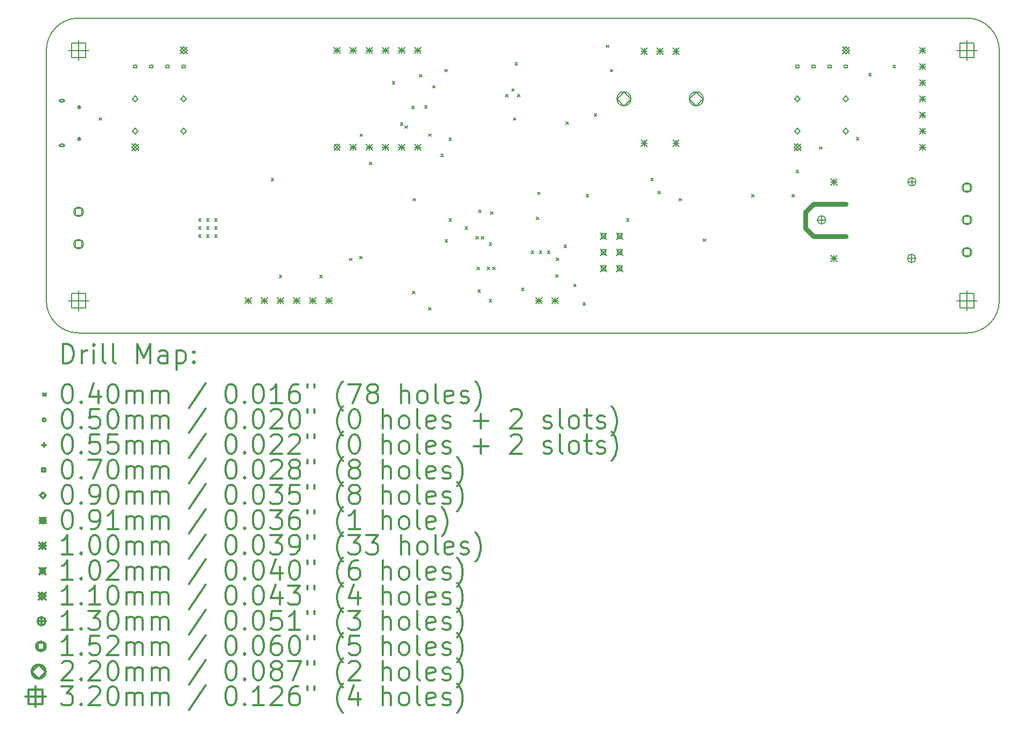
<source format=gbr>
%FSLAX45Y45*%
G04 Gerber Fmt 4.5, Leading zero omitted, Abs format (unit mm)*
G04 Created by KiCad (PCBNEW 4.0.6) date Thursday 08 June 2017 23:29:34*
%MOMM*%
%LPD*%
G01*
G04 APERTURE LIST*
%ADD10C,0.127000*%
%ADD11C,0.800000*%
%ADD12C,0.200000*%
%ADD13C,0.300000*%
G04 APERTURE END LIST*
D10*
D11*
X12065000Y1524000D02*
X12573000Y1524000D01*
X11938000Y1651000D02*
X12065000Y1524000D01*
X11938000Y1905000D02*
X11938000Y1651000D01*
X12065000Y2032000D02*
X11938000Y1905000D01*
X12573000Y2032000D02*
X12065000Y2032000D01*
D12*
X508000Y4953000D02*
X14478000Y4953000D01*
X0Y508000D02*
X0Y4445000D01*
X14478000Y0D02*
X508000Y0D01*
X14986000Y508000D02*
X14986000Y4445000D01*
X0Y508000D02*
G75*
G03X508000Y0I508000J0D01*
G01*
X508000Y4953000D02*
G75*
G03X0Y4445000I0J-508000D01*
G01*
X14986000Y4445000D02*
G75*
G03X14478000Y4953000I-508000J0D01*
G01*
X14478000Y0D02*
G75*
G03X14986000Y508000I0J508000D01*
G01*
D12*
X830900Y3385500D02*
X870900Y3345500D01*
X870900Y3385500D02*
X830900Y3345500D01*
X2393000Y1798000D02*
X2433000Y1758000D01*
X2433000Y1798000D02*
X2393000Y1758000D01*
X2393000Y1671000D02*
X2433000Y1631000D01*
X2433000Y1671000D02*
X2393000Y1631000D01*
X2393000Y1544000D02*
X2433000Y1504000D01*
X2433000Y1544000D02*
X2393000Y1504000D01*
X2520000Y1798000D02*
X2560000Y1758000D01*
X2560000Y1798000D02*
X2520000Y1758000D01*
X2520000Y1671000D02*
X2560000Y1631000D01*
X2560000Y1671000D02*
X2520000Y1631000D01*
X2520000Y1544000D02*
X2560000Y1504000D01*
X2560000Y1544000D02*
X2520000Y1504000D01*
X2647000Y1798000D02*
X2687000Y1758000D01*
X2687000Y1798000D02*
X2647000Y1758000D01*
X2647000Y1671000D02*
X2687000Y1631000D01*
X2687000Y1671000D02*
X2647000Y1631000D01*
X2647000Y1544000D02*
X2687000Y1504000D01*
X2687000Y1544000D02*
X2647000Y1504000D01*
X3536000Y2433000D02*
X3576000Y2393000D01*
X3576000Y2433000D02*
X3536000Y2393000D01*
X3663000Y909000D02*
X3703000Y869000D01*
X3703000Y909000D02*
X3663000Y869000D01*
X3663000Y909000D02*
X3703000Y869000D01*
X3703000Y909000D02*
X3663000Y869000D01*
X4298000Y909000D02*
X4338000Y869000D01*
X4338000Y909000D02*
X4298000Y869000D01*
X4767900Y1175700D02*
X4807900Y1135700D01*
X4807900Y1175700D02*
X4767900Y1135700D01*
X4926650Y1207450D02*
X4966650Y1167450D01*
X4966650Y1207450D02*
X4926650Y1167450D01*
X4933000Y3131500D02*
X4973000Y3091500D01*
X4973000Y3131500D02*
X4933000Y3091500D01*
X5081500Y2687000D02*
X5121500Y2647000D01*
X5121500Y2687000D02*
X5081500Y2647000D01*
X5441000Y3957000D02*
X5481000Y3917000D01*
X5481000Y3957000D02*
X5441000Y3917000D01*
X5567051Y3305540D02*
X5607051Y3265540D01*
X5607051Y3305540D02*
X5567051Y3265540D01*
X5637850Y3258500D02*
X5677850Y3218500D01*
X5677850Y3258500D02*
X5637850Y3218500D01*
X5745800Y3569650D02*
X5785800Y3529650D01*
X5785800Y3569650D02*
X5745800Y3529650D01*
X5758500Y655000D02*
X5798500Y615000D01*
X5798500Y655000D02*
X5758500Y615000D01*
X5766731Y2114907D02*
X5806731Y2074907D01*
X5806731Y2114907D02*
X5766731Y2074907D01*
X5868034Y4067499D02*
X5908034Y4027499D01*
X5908034Y4067499D02*
X5868034Y4027499D01*
X5949000Y3576000D02*
X5989000Y3536000D01*
X5989000Y3576000D02*
X5949000Y3536000D01*
X6012500Y3131500D02*
X6052500Y3091500D01*
X6052500Y3131500D02*
X6012500Y3091500D01*
X6012500Y401000D02*
X6052500Y361000D01*
X6052500Y401000D02*
X6012500Y361000D01*
X6076000Y3893500D02*
X6116000Y3853500D01*
X6116000Y3893500D02*
X6076000Y3853500D01*
X6203000Y2814000D02*
X6243000Y2774000D01*
X6243000Y2814000D02*
X6203000Y2774000D01*
X6266500Y4147500D02*
X6306500Y4107500D01*
X6306500Y4147500D02*
X6266500Y4107500D01*
X6269931Y1470069D02*
X6309931Y1430069D01*
X6309931Y1470069D02*
X6269931Y1430069D01*
X6330000Y3068000D02*
X6370000Y3028000D01*
X6370000Y3068000D02*
X6330000Y3028000D01*
X6330000Y1798000D02*
X6370000Y1758000D01*
X6370000Y1798000D02*
X6330000Y1758000D01*
X6584000Y1671000D02*
X6624000Y1631000D01*
X6624000Y1671000D02*
X6584000Y1631000D01*
X6755450Y1518600D02*
X6795450Y1478600D01*
X6795450Y1518600D02*
X6755450Y1478600D01*
X6774500Y1036000D02*
X6814500Y996000D01*
X6814500Y1036000D02*
X6774500Y996000D01*
X6787200Y680400D02*
X6827200Y640400D01*
X6827200Y680400D02*
X6787200Y640400D01*
X6799900Y1931350D02*
X6839900Y1891350D01*
X6839900Y1931350D02*
X6799900Y1891350D01*
X6844350Y1518600D02*
X6884350Y1478600D01*
X6884350Y1518600D02*
X6844350Y1478600D01*
X6935800Y1036000D02*
X6975800Y996000D01*
X6975800Y1036000D02*
X6935800Y996000D01*
X6965000Y1417000D02*
X7005000Y1377000D01*
X7005000Y1417000D02*
X6965000Y1377000D01*
X6965000Y528000D02*
X7005000Y488000D01*
X7005000Y528000D02*
X6965000Y488000D01*
X6984050Y1905950D02*
X7024050Y1865950D01*
X7024050Y1905950D02*
X6984050Y1865950D01*
X7020801Y1036000D02*
X7060801Y996000D01*
X7060801Y1036000D02*
X7020801Y996000D01*
X7225350Y3753800D02*
X7265350Y3713800D01*
X7265350Y3753800D02*
X7225350Y3713800D01*
X7320600Y3842700D02*
X7360600Y3802700D01*
X7360600Y3842700D02*
X7320600Y3802700D01*
X7346000Y3385500D02*
X7386000Y3345500D01*
X7386000Y3385500D02*
X7346000Y3345500D01*
X7371400Y4255450D02*
X7411400Y4215450D01*
X7411400Y4255450D02*
X7371400Y4215450D01*
X7408260Y3756378D02*
X7448260Y3716378D01*
X7448260Y3756378D02*
X7408260Y3716378D01*
X7473000Y705800D02*
X7513000Y665800D01*
X7513000Y705800D02*
X7473000Y665800D01*
X7625400Y1290000D02*
X7665400Y1250000D01*
X7665400Y1290000D02*
X7625400Y1250000D01*
X7708278Y1823117D02*
X7748278Y1783117D01*
X7748278Y1823117D02*
X7708278Y1783117D01*
X7727000Y2217100D02*
X7767000Y2177100D01*
X7767000Y2217100D02*
X7727000Y2177100D01*
X7752400Y1290000D02*
X7792400Y1250000D01*
X7792400Y1290000D02*
X7752400Y1250000D01*
X7879400Y1290000D02*
X7919400Y1250000D01*
X7919400Y1290000D02*
X7879400Y1250000D01*
X8011228Y919999D02*
X8051228Y879999D01*
X8051228Y919999D02*
X8011228Y879999D01*
X8019100Y1182050D02*
X8059100Y1142050D01*
X8059100Y1182050D02*
X8019100Y1142050D01*
X8141472Y1383666D02*
X8181472Y1343666D01*
X8181472Y1383666D02*
X8141472Y1343666D01*
X8171500Y3322000D02*
X8211500Y3282000D01*
X8211500Y3322000D02*
X8171500Y3282000D01*
X8293311Y769300D02*
X8333311Y729300D01*
X8333311Y769300D02*
X8293311Y729300D01*
X8438200Y477200D02*
X8478200Y437200D01*
X8478200Y477200D02*
X8438200Y437200D01*
X8489000Y2179000D02*
X8529000Y2139000D01*
X8529000Y2179000D02*
X8489000Y2139000D01*
X8616000Y3449000D02*
X8656000Y3409000D01*
X8656000Y3449000D02*
X8616000Y3409000D01*
X8806500Y4528500D02*
X8846500Y4488500D01*
X8846500Y4528500D02*
X8806500Y4488500D01*
X8870000Y4147500D02*
X8910000Y4107500D01*
X8910000Y4147500D02*
X8870000Y4107500D01*
X9124000Y1798000D02*
X9164000Y1758000D01*
X9164000Y1798000D02*
X9124000Y1758000D01*
X9505000Y2433000D02*
X9545000Y2393000D01*
X9545000Y2433000D02*
X9505000Y2393000D01*
X9619300Y2229800D02*
X9659300Y2189800D01*
X9659300Y2229800D02*
X9619300Y2189800D01*
X9949500Y2115500D02*
X9989500Y2075500D01*
X9989500Y2115500D02*
X9949500Y2075500D01*
X10330500Y1480500D02*
X10370500Y1440500D01*
X10370500Y1480500D02*
X10330500Y1440500D01*
X11092500Y2179000D02*
X11132500Y2139000D01*
X11132500Y2179000D02*
X11092500Y2139000D01*
X11727500Y2179000D02*
X11767500Y2139000D01*
X11767500Y2179000D02*
X11727500Y2139000D01*
X11791000Y2560000D02*
X11831000Y2520000D01*
X11831000Y2560000D02*
X11791000Y2520000D01*
X12159300Y2928300D02*
X12199300Y2888300D01*
X12199300Y2928300D02*
X12159300Y2888300D01*
X12737731Y3073769D02*
X12777731Y3033769D01*
X12777731Y3073769D02*
X12737731Y3033769D01*
X12934000Y4084000D02*
X12974000Y4044000D01*
X12974000Y4084000D02*
X12934000Y4044000D01*
X13315000Y4211000D02*
X13355000Y4171000D01*
X13355000Y4211000D02*
X13315000Y4171000D01*
X271000Y3652000D02*
G75*
G03X271000Y3652000I-25000J0D01*
G01*
X213500Y3637000D02*
X278500Y3637000D01*
X213500Y3667000D02*
X278500Y3667000D01*
X278500Y3637000D02*
G75*
G03X278500Y3667000I0J15000D01*
G01*
X213500Y3667000D02*
G75*
G03X213500Y3637000I0J-15000D01*
G01*
X271000Y2952000D02*
G75*
G03X271000Y2952000I-25000J0D01*
G01*
X213500Y2937000D02*
X278500Y2937000D01*
X213500Y2967000D02*
X278500Y2967000D01*
X278500Y2937000D02*
G75*
G03X278500Y2967000I0J15000D01*
G01*
X213500Y2967000D02*
G75*
G03X213500Y2937000I0J-15000D01*
G01*
X516000Y3579500D02*
X516000Y3524500D01*
X488500Y3552000D02*
X543500Y3552000D01*
X498500Y3567000D02*
X498500Y3537000D01*
X533500Y3567000D02*
X533500Y3537000D01*
X498500Y3537000D02*
G75*
G03X533500Y3537000I17500J0D01*
G01*
X533500Y3567000D02*
G75*
G03X498500Y3567000I-17500J0D01*
G01*
X516000Y3079500D02*
X516000Y3024500D01*
X488500Y3052000D02*
X543500Y3052000D01*
X498500Y3067000D02*
X498500Y3037000D01*
X533500Y3067000D02*
X533500Y3037000D01*
X498500Y3037000D02*
G75*
G03X533500Y3037000I17500J0D01*
G01*
X533500Y3067000D02*
G75*
G03X498500Y3067000I-17500J0D01*
G01*
X1421749Y4166251D02*
X1421749Y4215749D01*
X1372251Y4215749D01*
X1372251Y4166251D01*
X1421749Y4166251D01*
X1675749Y4166251D02*
X1675749Y4215749D01*
X1626251Y4215749D01*
X1626251Y4166251D01*
X1675749Y4166251D01*
X1929749Y4166251D02*
X1929749Y4215749D01*
X1880251Y4215749D01*
X1880251Y4166251D01*
X1929749Y4166251D01*
X2183749Y4166251D02*
X2183749Y4215749D01*
X2134251Y4215749D01*
X2134251Y4166251D01*
X2183749Y4166251D01*
X11835749Y4166251D02*
X11835749Y4215749D01*
X11786251Y4215749D01*
X11786251Y4166251D01*
X11835749Y4166251D01*
X12089749Y4166251D02*
X12089749Y4215749D01*
X12040251Y4215749D01*
X12040251Y4166251D01*
X12089749Y4166251D01*
X12343749Y4166251D02*
X12343749Y4215749D01*
X12294251Y4215749D01*
X12294251Y4166251D01*
X12343749Y4166251D01*
X12597749Y4166251D02*
X12597749Y4215749D01*
X12548251Y4215749D01*
X12548251Y4166251D01*
X12597749Y4166251D01*
X1397000Y3638000D02*
X1442000Y3683000D01*
X1397000Y3728000D01*
X1352000Y3683000D01*
X1397000Y3638000D01*
X1397000Y3130000D02*
X1442000Y3175000D01*
X1397000Y3220000D01*
X1352000Y3175000D01*
X1397000Y3130000D01*
X2159000Y3638000D02*
X2204000Y3683000D01*
X2159000Y3728000D01*
X2114000Y3683000D01*
X2159000Y3638000D01*
X2159000Y3130000D02*
X2204000Y3175000D01*
X2159000Y3220000D01*
X2114000Y3175000D01*
X2159000Y3130000D01*
X11811000Y3638000D02*
X11856000Y3683000D01*
X11811000Y3728000D01*
X11766000Y3683000D01*
X11811000Y3638000D01*
X11811000Y3130000D02*
X11856000Y3175000D01*
X11811000Y3220000D01*
X11766000Y3175000D01*
X11811000Y3130000D01*
X12573000Y3638000D02*
X12618000Y3683000D01*
X12573000Y3728000D01*
X12528000Y3683000D01*
X12573000Y3638000D01*
X12573000Y3130000D02*
X12618000Y3175000D01*
X12573000Y3220000D01*
X12528000Y3175000D01*
X12573000Y3130000D01*
X4526280Y2966720D02*
X4617720Y2875280D01*
X4617720Y2966720D02*
X4526280Y2875280D01*
X4617720Y2921000D02*
G75*
G03X4617720Y2921000I-45720J0D01*
G01*
X3125000Y558000D02*
X3225000Y458000D01*
X3225000Y558000D02*
X3125000Y458000D01*
X3175000Y558000D02*
X3175000Y458000D01*
X3125000Y508000D02*
X3225000Y508000D01*
X3379000Y558000D02*
X3479000Y458000D01*
X3479000Y558000D02*
X3379000Y458000D01*
X3429000Y558000D02*
X3429000Y458000D01*
X3379000Y508000D02*
X3479000Y508000D01*
X3633000Y558000D02*
X3733000Y458000D01*
X3733000Y558000D02*
X3633000Y458000D01*
X3683000Y558000D02*
X3683000Y458000D01*
X3633000Y508000D02*
X3733000Y508000D01*
X3887000Y558000D02*
X3987000Y458000D01*
X3987000Y558000D02*
X3887000Y458000D01*
X3937000Y558000D02*
X3937000Y458000D01*
X3887000Y508000D02*
X3987000Y508000D01*
X4141000Y558000D02*
X4241000Y458000D01*
X4241000Y558000D02*
X4141000Y458000D01*
X4191000Y558000D02*
X4191000Y458000D01*
X4141000Y508000D02*
X4241000Y508000D01*
X4395000Y558000D02*
X4495000Y458000D01*
X4495000Y558000D02*
X4395000Y458000D01*
X4445000Y558000D02*
X4445000Y458000D01*
X4395000Y508000D02*
X4495000Y508000D01*
X4522000Y4495000D02*
X4622000Y4395000D01*
X4622000Y4495000D02*
X4522000Y4395000D01*
X4572000Y4495000D02*
X4572000Y4395000D01*
X4522000Y4445000D02*
X4622000Y4445000D01*
X4776000Y4495000D02*
X4876000Y4395000D01*
X4876000Y4495000D02*
X4776000Y4395000D01*
X4826000Y4495000D02*
X4826000Y4395000D01*
X4776000Y4445000D02*
X4876000Y4445000D01*
X4776000Y2971000D02*
X4876000Y2871000D01*
X4876000Y2971000D02*
X4776000Y2871000D01*
X4826000Y2971000D02*
X4826000Y2871000D01*
X4776000Y2921000D02*
X4876000Y2921000D01*
X5030000Y4495000D02*
X5130000Y4395000D01*
X5130000Y4495000D02*
X5030000Y4395000D01*
X5080000Y4495000D02*
X5080000Y4395000D01*
X5030000Y4445000D02*
X5130000Y4445000D01*
X5030000Y2971000D02*
X5130000Y2871000D01*
X5130000Y2971000D02*
X5030000Y2871000D01*
X5080000Y2971000D02*
X5080000Y2871000D01*
X5030000Y2921000D02*
X5130000Y2921000D01*
X5284000Y4495000D02*
X5384000Y4395000D01*
X5384000Y4495000D02*
X5284000Y4395000D01*
X5334000Y4495000D02*
X5334000Y4395000D01*
X5284000Y4445000D02*
X5384000Y4445000D01*
X5284000Y2971000D02*
X5384000Y2871000D01*
X5384000Y2971000D02*
X5284000Y2871000D01*
X5334000Y2971000D02*
X5334000Y2871000D01*
X5284000Y2921000D02*
X5384000Y2921000D01*
X5538000Y4495000D02*
X5638000Y4395000D01*
X5638000Y4495000D02*
X5538000Y4395000D01*
X5588000Y4495000D02*
X5588000Y4395000D01*
X5538000Y4445000D02*
X5638000Y4445000D01*
X5538000Y2971000D02*
X5638000Y2871000D01*
X5638000Y2971000D02*
X5538000Y2871000D01*
X5588000Y2971000D02*
X5588000Y2871000D01*
X5538000Y2921000D02*
X5638000Y2921000D01*
X5792000Y4495000D02*
X5892000Y4395000D01*
X5892000Y4495000D02*
X5792000Y4395000D01*
X5842000Y4495000D02*
X5842000Y4395000D01*
X5792000Y4445000D02*
X5892000Y4445000D01*
X5792000Y2971000D02*
X5892000Y2871000D01*
X5892000Y2971000D02*
X5792000Y2871000D01*
X5842000Y2971000D02*
X5842000Y2871000D01*
X5792000Y2921000D02*
X5892000Y2921000D01*
X7697000Y558000D02*
X7797000Y458000D01*
X7797000Y558000D02*
X7697000Y458000D01*
X7747000Y558000D02*
X7747000Y458000D01*
X7697000Y508000D02*
X7797000Y508000D01*
X7951000Y558000D02*
X8051000Y458000D01*
X8051000Y558000D02*
X7951000Y458000D01*
X8001000Y558000D02*
X8001000Y458000D01*
X7951000Y508000D02*
X8051000Y508000D01*
X9352000Y4483000D02*
X9452000Y4383000D01*
X9452000Y4483000D02*
X9352000Y4383000D01*
X9402000Y4483000D02*
X9402000Y4383000D01*
X9352000Y4433000D02*
X9452000Y4433000D01*
X9352000Y3033000D02*
X9452000Y2933000D01*
X9452000Y3033000D02*
X9352000Y2933000D01*
X9402000Y3033000D02*
X9402000Y2933000D01*
X9352000Y2983000D02*
X9452000Y2983000D01*
X9602000Y4483000D02*
X9702000Y4383000D01*
X9702000Y4483000D02*
X9602000Y4383000D01*
X9652000Y4483000D02*
X9652000Y4383000D01*
X9602000Y4433000D02*
X9702000Y4433000D01*
X9852000Y4483000D02*
X9952000Y4383000D01*
X9952000Y4483000D02*
X9852000Y4383000D01*
X9902000Y4483000D02*
X9902000Y4383000D01*
X9852000Y4433000D02*
X9952000Y4433000D01*
X9852000Y3033000D02*
X9952000Y2933000D01*
X9952000Y3033000D02*
X9852000Y2933000D01*
X9902000Y3033000D02*
X9902000Y2933000D01*
X9852000Y2983000D02*
X9952000Y2983000D01*
X12337000Y2423000D02*
X12437000Y2323000D01*
X12437000Y2423000D02*
X12337000Y2323000D01*
X12387000Y2423000D02*
X12387000Y2323000D01*
X12337000Y2373000D02*
X12437000Y2373000D01*
X12337000Y1223000D02*
X12437000Y1123000D01*
X12437000Y1223000D02*
X12337000Y1123000D01*
X12387000Y1223000D02*
X12387000Y1123000D01*
X12337000Y1173000D02*
X12437000Y1173000D01*
X13729500Y4495000D02*
X13829500Y4395000D01*
X13829500Y4495000D02*
X13729500Y4395000D01*
X13779500Y4495000D02*
X13779500Y4395000D01*
X13729500Y4445000D02*
X13829500Y4445000D01*
X13729500Y4241000D02*
X13829500Y4141000D01*
X13829500Y4241000D02*
X13729500Y4141000D01*
X13779500Y4241000D02*
X13779500Y4141000D01*
X13729500Y4191000D02*
X13829500Y4191000D01*
X13729500Y3987000D02*
X13829500Y3887000D01*
X13829500Y3987000D02*
X13729500Y3887000D01*
X13779500Y3987000D02*
X13779500Y3887000D01*
X13729500Y3937000D02*
X13829500Y3937000D01*
X13729500Y3733000D02*
X13829500Y3633000D01*
X13829500Y3733000D02*
X13729500Y3633000D01*
X13779500Y3733000D02*
X13779500Y3633000D01*
X13729500Y3683000D02*
X13829500Y3683000D01*
X13729500Y3479000D02*
X13829500Y3379000D01*
X13829500Y3479000D02*
X13729500Y3379000D01*
X13779500Y3479000D02*
X13779500Y3379000D01*
X13729500Y3429000D02*
X13829500Y3429000D01*
X13729500Y3225000D02*
X13829500Y3125000D01*
X13829500Y3225000D02*
X13729500Y3125000D01*
X13779500Y3225000D02*
X13779500Y3125000D01*
X13729500Y3175000D02*
X13829500Y3175000D01*
X13729500Y2971000D02*
X13829500Y2871000D01*
X13829500Y2971000D02*
X13729500Y2871000D01*
X13779500Y2971000D02*
X13779500Y2871000D01*
X13729500Y2921000D02*
X13829500Y2921000D01*
X8712200Y1574800D02*
X8813800Y1473200D01*
X8813800Y1574800D02*
X8712200Y1473200D01*
X8798921Y1488079D02*
X8798921Y1559921D01*
X8727079Y1559921D01*
X8727079Y1488079D01*
X8798921Y1488079D01*
X8712200Y1320800D02*
X8813800Y1219200D01*
X8813800Y1320800D02*
X8712200Y1219200D01*
X8798921Y1234079D02*
X8798921Y1305921D01*
X8727079Y1305921D01*
X8727079Y1234079D01*
X8798921Y1234079D01*
X8712200Y1066800D02*
X8813800Y965200D01*
X8813800Y1066800D02*
X8712200Y965200D01*
X8798921Y980079D02*
X8798921Y1051921D01*
X8727079Y1051921D01*
X8727079Y980079D01*
X8798921Y980079D01*
X8966200Y1574800D02*
X9067800Y1473200D01*
X9067800Y1574800D02*
X8966200Y1473200D01*
X9052921Y1488079D02*
X9052921Y1559921D01*
X8981079Y1559921D01*
X8981079Y1488079D01*
X9052921Y1488079D01*
X8966200Y1320800D02*
X9067800Y1219200D01*
X9067800Y1320800D02*
X8966200Y1219200D01*
X9052921Y1234079D02*
X9052921Y1305921D01*
X8981079Y1305921D01*
X8981079Y1234079D01*
X9052921Y1234079D01*
X8966200Y1066800D02*
X9067800Y965200D01*
X9067800Y1066800D02*
X8966200Y965200D01*
X9052921Y980079D02*
X9052921Y1051921D01*
X8981079Y1051921D01*
X8981079Y980079D01*
X9052921Y980079D01*
X1342000Y2976000D02*
X1452000Y2866000D01*
X1452000Y2976000D02*
X1342000Y2866000D01*
X1397000Y2866000D02*
X1452000Y2921000D01*
X1397000Y2976000D01*
X1342000Y2921000D01*
X1397000Y2866000D01*
X2104000Y4500000D02*
X2214000Y4390000D01*
X2214000Y4500000D02*
X2104000Y4390000D01*
X2159000Y4390000D02*
X2214000Y4445000D01*
X2159000Y4500000D01*
X2104000Y4445000D01*
X2159000Y4390000D01*
X11756000Y2976000D02*
X11866000Y2866000D01*
X11866000Y2976000D02*
X11756000Y2866000D01*
X11811000Y2866000D02*
X11866000Y2921000D01*
X11811000Y2976000D01*
X11756000Y2921000D01*
X11811000Y2866000D01*
X12518000Y4500000D02*
X12628000Y4390000D01*
X12628000Y4500000D02*
X12518000Y4390000D01*
X12573000Y4390000D02*
X12628000Y4445000D01*
X12573000Y4500000D01*
X12518000Y4445000D01*
X12573000Y4390000D01*
X12192000Y1843000D02*
X12192000Y1713000D01*
X12127000Y1778000D02*
X12257000Y1778000D01*
X12257000Y1778000D02*
G75*
G03X12257000Y1778000I-65000J0D01*
G01*
X13607000Y1238000D02*
X13607000Y1108000D01*
X13542000Y1173000D02*
X13672000Y1173000D01*
X13672000Y1173000D02*
G75*
G03X13672000Y1173000I-65000J0D01*
G01*
X13612000Y2443000D02*
X13612000Y2313000D01*
X13547000Y2378000D02*
X13677000Y2378000D01*
X13677000Y2378000D02*
G75*
G03X13677000Y2378000I-65000J0D01*
G01*
X561741Y1851259D02*
X561741Y1958741D01*
X454259Y1958741D01*
X454259Y1851259D01*
X561741Y1851259D01*
X584000Y1905000D02*
G75*
G03X584000Y1905000I-76000J0D01*
G01*
X561741Y1343259D02*
X561741Y1450741D01*
X454259Y1450741D01*
X454259Y1343259D01*
X561741Y1343259D01*
X584000Y1397000D02*
G75*
G03X584000Y1397000I-76000J0D01*
G01*
X14531741Y2232259D02*
X14531741Y2339741D01*
X14424259Y2339741D01*
X14424259Y2232259D01*
X14531741Y2232259D01*
X14554000Y2286000D02*
G75*
G03X14554000Y2286000I-76000J0D01*
G01*
X14531741Y1724259D02*
X14531741Y1831741D01*
X14424259Y1831741D01*
X14424259Y1724259D01*
X14531741Y1724259D01*
X14554000Y1778000D02*
G75*
G03X14554000Y1778000I-76000J0D01*
G01*
X14531741Y1216259D02*
X14531741Y1323741D01*
X14424259Y1323741D01*
X14424259Y1216259D01*
X14531741Y1216259D01*
X14554000Y1270000D02*
G75*
G03X14554000Y1270000I-76000J0D01*
G01*
X9082000Y3573000D02*
X9192000Y3683000D01*
X9082000Y3793000D01*
X8972000Y3683000D01*
X9082000Y3573000D01*
X9192000Y3683000D02*
G75*
G03X9192000Y3683000I-110000J0D01*
G01*
X10222000Y3573000D02*
X10332000Y3683000D01*
X10222000Y3793000D01*
X10112000Y3683000D01*
X10222000Y3573000D01*
X10332000Y3683000D02*
G75*
G03X10332000Y3683000I-110000J0D01*
G01*
X508000Y4605000D02*
X508000Y4285000D01*
X348000Y4445000D02*
X668000Y4445000D01*
X621138Y4331862D02*
X621138Y4558138D01*
X394862Y4558138D01*
X394862Y4331862D01*
X621138Y4331862D01*
X508000Y668000D02*
X508000Y348000D01*
X348000Y508000D02*
X668000Y508000D01*
X621138Y394862D02*
X621138Y621138D01*
X394862Y621138D01*
X394862Y394862D01*
X621138Y394862D01*
X14478000Y4605000D02*
X14478000Y4285000D01*
X14318000Y4445000D02*
X14638000Y4445000D01*
X14591138Y4331862D02*
X14591138Y4558138D01*
X14364862Y4558138D01*
X14364862Y4331862D01*
X14591138Y4331862D01*
X14478000Y668000D02*
X14478000Y348000D01*
X14318000Y508000D02*
X14638000Y508000D01*
X14591138Y394862D02*
X14591138Y621138D01*
X14364862Y621138D01*
X14364862Y394862D01*
X14591138Y394862D01*
D13*
X261428Y-475714D02*
X261428Y-175714D01*
X332857Y-175714D01*
X375714Y-190000D01*
X404286Y-218571D01*
X418571Y-247143D01*
X432857Y-304286D01*
X432857Y-347143D01*
X418571Y-404286D01*
X404286Y-432857D01*
X375714Y-461429D01*
X332857Y-475714D01*
X261428Y-475714D01*
X561429Y-475714D02*
X561429Y-275714D01*
X561429Y-332857D02*
X575714Y-304286D01*
X590000Y-290000D01*
X618571Y-275714D01*
X647143Y-275714D01*
X747143Y-475714D02*
X747143Y-275714D01*
X747143Y-175714D02*
X732857Y-190000D01*
X747143Y-204286D01*
X761428Y-190000D01*
X747143Y-175714D01*
X747143Y-204286D01*
X932857Y-475714D02*
X904286Y-461429D01*
X890000Y-432857D01*
X890000Y-175714D01*
X1090000Y-475714D02*
X1061429Y-461429D01*
X1047143Y-432857D01*
X1047143Y-175714D01*
X1432857Y-475714D02*
X1432857Y-175714D01*
X1532857Y-390000D01*
X1632857Y-175714D01*
X1632857Y-475714D01*
X1904286Y-475714D02*
X1904286Y-318572D01*
X1890000Y-290000D01*
X1861428Y-275714D01*
X1804286Y-275714D01*
X1775714Y-290000D01*
X1904286Y-461429D02*
X1875714Y-475714D01*
X1804286Y-475714D01*
X1775714Y-461429D01*
X1761428Y-432857D01*
X1761428Y-404286D01*
X1775714Y-375714D01*
X1804286Y-361429D01*
X1875714Y-361429D01*
X1904286Y-347143D01*
X2047143Y-275714D02*
X2047143Y-575714D01*
X2047143Y-290000D02*
X2075714Y-275714D01*
X2132857Y-275714D01*
X2161429Y-290000D01*
X2175714Y-304286D01*
X2190000Y-332857D01*
X2190000Y-418571D01*
X2175714Y-447143D01*
X2161429Y-461429D01*
X2132857Y-475714D01*
X2075714Y-475714D01*
X2047143Y-461429D01*
X2318571Y-447143D02*
X2332857Y-461429D01*
X2318571Y-475714D01*
X2304286Y-461429D01*
X2318571Y-447143D01*
X2318571Y-475714D01*
X2318571Y-290000D02*
X2332857Y-304286D01*
X2318571Y-318572D01*
X2304286Y-304286D01*
X2318571Y-290000D01*
X2318571Y-318572D01*
X-50000Y-950000D02*
X-10000Y-990000D01*
X-10000Y-950000D02*
X-50000Y-990000D01*
X318571Y-805714D02*
X347143Y-805714D01*
X375714Y-820000D01*
X390000Y-834286D01*
X404286Y-862857D01*
X418571Y-920000D01*
X418571Y-991429D01*
X404286Y-1048571D01*
X390000Y-1077143D01*
X375714Y-1091429D01*
X347143Y-1105714D01*
X318571Y-1105714D01*
X290000Y-1091429D01*
X275714Y-1077143D01*
X261428Y-1048571D01*
X247143Y-991429D01*
X247143Y-920000D01*
X261428Y-862857D01*
X275714Y-834286D01*
X290000Y-820000D01*
X318571Y-805714D01*
X547143Y-1077143D02*
X561429Y-1091429D01*
X547143Y-1105714D01*
X532857Y-1091429D01*
X547143Y-1077143D01*
X547143Y-1105714D01*
X818571Y-905714D02*
X818571Y-1105714D01*
X747143Y-791429D02*
X675714Y-1005714D01*
X861428Y-1005714D01*
X1032857Y-805714D02*
X1061429Y-805714D01*
X1090000Y-820000D01*
X1104286Y-834286D01*
X1118571Y-862857D01*
X1132857Y-920000D01*
X1132857Y-991429D01*
X1118571Y-1048571D01*
X1104286Y-1077143D01*
X1090000Y-1091429D01*
X1061429Y-1105714D01*
X1032857Y-1105714D01*
X1004286Y-1091429D01*
X990000Y-1077143D01*
X975714Y-1048571D01*
X961428Y-991429D01*
X961428Y-920000D01*
X975714Y-862857D01*
X990000Y-834286D01*
X1004286Y-820000D01*
X1032857Y-805714D01*
X1261429Y-1105714D02*
X1261429Y-905714D01*
X1261429Y-934286D02*
X1275714Y-920000D01*
X1304286Y-905714D01*
X1347143Y-905714D01*
X1375714Y-920000D01*
X1390000Y-948571D01*
X1390000Y-1105714D01*
X1390000Y-948571D02*
X1404286Y-920000D01*
X1432857Y-905714D01*
X1475714Y-905714D01*
X1504286Y-920000D01*
X1518571Y-948571D01*
X1518571Y-1105714D01*
X1661428Y-1105714D02*
X1661428Y-905714D01*
X1661428Y-934286D02*
X1675714Y-920000D01*
X1704286Y-905714D01*
X1747143Y-905714D01*
X1775714Y-920000D01*
X1790000Y-948571D01*
X1790000Y-1105714D01*
X1790000Y-948571D02*
X1804286Y-920000D01*
X1832857Y-905714D01*
X1875714Y-905714D01*
X1904286Y-920000D01*
X1918571Y-948571D01*
X1918571Y-1105714D01*
X2504286Y-791429D02*
X2247143Y-1177143D01*
X2890000Y-805714D02*
X2918571Y-805714D01*
X2947143Y-820000D01*
X2961428Y-834286D01*
X2975714Y-862857D01*
X2990000Y-920000D01*
X2990000Y-991429D01*
X2975714Y-1048571D01*
X2961428Y-1077143D01*
X2947143Y-1091429D01*
X2918571Y-1105714D01*
X2890000Y-1105714D01*
X2861428Y-1091429D01*
X2847143Y-1077143D01*
X2832857Y-1048571D01*
X2818571Y-991429D01*
X2818571Y-920000D01*
X2832857Y-862857D01*
X2847143Y-834286D01*
X2861428Y-820000D01*
X2890000Y-805714D01*
X3118571Y-1077143D02*
X3132857Y-1091429D01*
X3118571Y-1105714D01*
X3104286Y-1091429D01*
X3118571Y-1077143D01*
X3118571Y-1105714D01*
X3318571Y-805714D02*
X3347143Y-805714D01*
X3375714Y-820000D01*
X3390000Y-834286D01*
X3404285Y-862857D01*
X3418571Y-920000D01*
X3418571Y-991429D01*
X3404285Y-1048571D01*
X3390000Y-1077143D01*
X3375714Y-1091429D01*
X3347143Y-1105714D01*
X3318571Y-1105714D01*
X3290000Y-1091429D01*
X3275714Y-1077143D01*
X3261428Y-1048571D01*
X3247143Y-991429D01*
X3247143Y-920000D01*
X3261428Y-862857D01*
X3275714Y-834286D01*
X3290000Y-820000D01*
X3318571Y-805714D01*
X3704285Y-1105714D02*
X3532857Y-1105714D01*
X3618571Y-1105714D02*
X3618571Y-805714D01*
X3590000Y-848571D01*
X3561428Y-877143D01*
X3532857Y-891429D01*
X3961428Y-805714D02*
X3904285Y-805714D01*
X3875714Y-820000D01*
X3861428Y-834286D01*
X3832857Y-877143D01*
X3818571Y-934286D01*
X3818571Y-1048571D01*
X3832857Y-1077143D01*
X3847143Y-1091429D01*
X3875714Y-1105714D01*
X3932857Y-1105714D01*
X3961428Y-1091429D01*
X3975714Y-1077143D01*
X3990000Y-1048571D01*
X3990000Y-977143D01*
X3975714Y-948571D01*
X3961428Y-934286D01*
X3932857Y-920000D01*
X3875714Y-920000D01*
X3847143Y-934286D01*
X3832857Y-948571D01*
X3818571Y-977143D01*
X4104286Y-805714D02*
X4104286Y-862857D01*
X4218571Y-805714D02*
X4218571Y-862857D01*
X4661428Y-1220000D02*
X4647143Y-1205714D01*
X4618571Y-1162857D01*
X4604286Y-1134286D01*
X4590000Y-1091429D01*
X4575714Y-1020000D01*
X4575714Y-962857D01*
X4590000Y-891429D01*
X4604286Y-848571D01*
X4618571Y-820000D01*
X4647143Y-777143D01*
X4661428Y-762857D01*
X4747143Y-805714D02*
X4947143Y-805714D01*
X4818571Y-1105714D01*
X5104286Y-934286D02*
X5075714Y-920000D01*
X5061428Y-905714D01*
X5047143Y-877143D01*
X5047143Y-862857D01*
X5061428Y-834286D01*
X5075714Y-820000D01*
X5104286Y-805714D01*
X5161428Y-805714D01*
X5190000Y-820000D01*
X5204286Y-834286D01*
X5218571Y-862857D01*
X5218571Y-877143D01*
X5204286Y-905714D01*
X5190000Y-920000D01*
X5161428Y-934286D01*
X5104286Y-934286D01*
X5075714Y-948571D01*
X5061428Y-962857D01*
X5047143Y-991429D01*
X5047143Y-1048571D01*
X5061428Y-1077143D01*
X5075714Y-1091429D01*
X5104286Y-1105714D01*
X5161428Y-1105714D01*
X5190000Y-1091429D01*
X5204286Y-1077143D01*
X5218571Y-1048571D01*
X5218571Y-991429D01*
X5204286Y-962857D01*
X5190000Y-948571D01*
X5161428Y-934286D01*
X5575714Y-1105714D02*
X5575714Y-805714D01*
X5704285Y-1105714D02*
X5704285Y-948571D01*
X5690000Y-920000D01*
X5661428Y-905714D01*
X5618571Y-905714D01*
X5590000Y-920000D01*
X5575714Y-934286D01*
X5890000Y-1105714D02*
X5861428Y-1091429D01*
X5847143Y-1077143D01*
X5832857Y-1048571D01*
X5832857Y-962857D01*
X5847143Y-934286D01*
X5861428Y-920000D01*
X5890000Y-905714D01*
X5932857Y-905714D01*
X5961428Y-920000D01*
X5975714Y-934286D01*
X5990000Y-962857D01*
X5990000Y-1048571D01*
X5975714Y-1077143D01*
X5961428Y-1091429D01*
X5932857Y-1105714D01*
X5890000Y-1105714D01*
X6161428Y-1105714D02*
X6132857Y-1091429D01*
X6118571Y-1062857D01*
X6118571Y-805714D01*
X6390000Y-1091429D02*
X6361428Y-1105714D01*
X6304286Y-1105714D01*
X6275714Y-1091429D01*
X6261428Y-1062857D01*
X6261428Y-948571D01*
X6275714Y-920000D01*
X6304286Y-905714D01*
X6361428Y-905714D01*
X6390000Y-920000D01*
X6404286Y-948571D01*
X6404286Y-977143D01*
X6261428Y-1005714D01*
X6518571Y-1091429D02*
X6547143Y-1105714D01*
X6604286Y-1105714D01*
X6632857Y-1091429D01*
X6647143Y-1062857D01*
X6647143Y-1048571D01*
X6632857Y-1020000D01*
X6604286Y-1005714D01*
X6561428Y-1005714D01*
X6532857Y-991429D01*
X6518571Y-962857D01*
X6518571Y-948571D01*
X6532857Y-920000D01*
X6561428Y-905714D01*
X6604286Y-905714D01*
X6632857Y-920000D01*
X6747143Y-1220000D02*
X6761428Y-1205714D01*
X6790000Y-1162857D01*
X6804286Y-1134286D01*
X6818571Y-1091429D01*
X6832857Y-1020000D01*
X6832857Y-962857D01*
X6818571Y-891429D01*
X6804286Y-848571D01*
X6790000Y-820000D01*
X6761428Y-777143D01*
X6747143Y-762857D01*
X-10000Y-1366000D02*
G75*
G03X-10000Y-1366000I-25000J0D01*
G01*
X318571Y-1201714D02*
X347143Y-1201714D01*
X375714Y-1216000D01*
X390000Y-1230286D01*
X404286Y-1258857D01*
X418571Y-1316000D01*
X418571Y-1387429D01*
X404286Y-1444571D01*
X390000Y-1473143D01*
X375714Y-1487429D01*
X347143Y-1501714D01*
X318571Y-1501714D01*
X290000Y-1487429D01*
X275714Y-1473143D01*
X261428Y-1444571D01*
X247143Y-1387429D01*
X247143Y-1316000D01*
X261428Y-1258857D01*
X275714Y-1230286D01*
X290000Y-1216000D01*
X318571Y-1201714D01*
X547143Y-1473143D02*
X561429Y-1487429D01*
X547143Y-1501714D01*
X532857Y-1487429D01*
X547143Y-1473143D01*
X547143Y-1501714D01*
X832857Y-1201714D02*
X690000Y-1201714D01*
X675714Y-1344572D01*
X690000Y-1330286D01*
X718571Y-1316000D01*
X790000Y-1316000D01*
X818571Y-1330286D01*
X832857Y-1344572D01*
X847143Y-1373143D01*
X847143Y-1444571D01*
X832857Y-1473143D01*
X818571Y-1487429D01*
X790000Y-1501714D01*
X718571Y-1501714D01*
X690000Y-1487429D01*
X675714Y-1473143D01*
X1032857Y-1201714D02*
X1061429Y-1201714D01*
X1090000Y-1216000D01*
X1104286Y-1230286D01*
X1118571Y-1258857D01*
X1132857Y-1316000D01*
X1132857Y-1387429D01*
X1118571Y-1444571D01*
X1104286Y-1473143D01*
X1090000Y-1487429D01*
X1061429Y-1501714D01*
X1032857Y-1501714D01*
X1004286Y-1487429D01*
X990000Y-1473143D01*
X975714Y-1444571D01*
X961428Y-1387429D01*
X961428Y-1316000D01*
X975714Y-1258857D01*
X990000Y-1230286D01*
X1004286Y-1216000D01*
X1032857Y-1201714D01*
X1261429Y-1501714D02*
X1261429Y-1301714D01*
X1261429Y-1330286D02*
X1275714Y-1316000D01*
X1304286Y-1301714D01*
X1347143Y-1301714D01*
X1375714Y-1316000D01*
X1390000Y-1344572D01*
X1390000Y-1501714D01*
X1390000Y-1344572D02*
X1404286Y-1316000D01*
X1432857Y-1301714D01*
X1475714Y-1301714D01*
X1504286Y-1316000D01*
X1518571Y-1344572D01*
X1518571Y-1501714D01*
X1661428Y-1501714D02*
X1661428Y-1301714D01*
X1661428Y-1330286D02*
X1675714Y-1316000D01*
X1704286Y-1301714D01*
X1747143Y-1301714D01*
X1775714Y-1316000D01*
X1790000Y-1344572D01*
X1790000Y-1501714D01*
X1790000Y-1344572D02*
X1804286Y-1316000D01*
X1832857Y-1301714D01*
X1875714Y-1301714D01*
X1904286Y-1316000D01*
X1918571Y-1344572D01*
X1918571Y-1501714D01*
X2504286Y-1187429D02*
X2247143Y-1573143D01*
X2890000Y-1201714D02*
X2918571Y-1201714D01*
X2947143Y-1216000D01*
X2961428Y-1230286D01*
X2975714Y-1258857D01*
X2990000Y-1316000D01*
X2990000Y-1387429D01*
X2975714Y-1444571D01*
X2961428Y-1473143D01*
X2947143Y-1487429D01*
X2918571Y-1501714D01*
X2890000Y-1501714D01*
X2861428Y-1487429D01*
X2847143Y-1473143D01*
X2832857Y-1444571D01*
X2818571Y-1387429D01*
X2818571Y-1316000D01*
X2832857Y-1258857D01*
X2847143Y-1230286D01*
X2861428Y-1216000D01*
X2890000Y-1201714D01*
X3118571Y-1473143D02*
X3132857Y-1487429D01*
X3118571Y-1501714D01*
X3104286Y-1487429D01*
X3118571Y-1473143D01*
X3118571Y-1501714D01*
X3318571Y-1201714D02*
X3347143Y-1201714D01*
X3375714Y-1216000D01*
X3390000Y-1230286D01*
X3404285Y-1258857D01*
X3418571Y-1316000D01*
X3418571Y-1387429D01*
X3404285Y-1444571D01*
X3390000Y-1473143D01*
X3375714Y-1487429D01*
X3347143Y-1501714D01*
X3318571Y-1501714D01*
X3290000Y-1487429D01*
X3275714Y-1473143D01*
X3261428Y-1444571D01*
X3247143Y-1387429D01*
X3247143Y-1316000D01*
X3261428Y-1258857D01*
X3275714Y-1230286D01*
X3290000Y-1216000D01*
X3318571Y-1201714D01*
X3532857Y-1230286D02*
X3547143Y-1216000D01*
X3575714Y-1201714D01*
X3647143Y-1201714D01*
X3675714Y-1216000D01*
X3690000Y-1230286D01*
X3704285Y-1258857D01*
X3704285Y-1287429D01*
X3690000Y-1330286D01*
X3518571Y-1501714D01*
X3704285Y-1501714D01*
X3890000Y-1201714D02*
X3918571Y-1201714D01*
X3947143Y-1216000D01*
X3961428Y-1230286D01*
X3975714Y-1258857D01*
X3990000Y-1316000D01*
X3990000Y-1387429D01*
X3975714Y-1444571D01*
X3961428Y-1473143D01*
X3947143Y-1487429D01*
X3918571Y-1501714D01*
X3890000Y-1501714D01*
X3861428Y-1487429D01*
X3847143Y-1473143D01*
X3832857Y-1444571D01*
X3818571Y-1387429D01*
X3818571Y-1316000D01*
X3832857Y-1258857D01*
X3847143Y-1230286D01*
X3861428Y-1216000D01*
X3890000Y-1201714D01*
X4104286Y-1201714D02*
X4104286Y-1258857D01*
X4218571Y-1201714D02*
X4218571Y-1258857D01*
X4661428Y-1616000D02*
X4647143Y-1601714D01*
X4618571Y-1558857D01*
X4604286Y-1530286D01*
X4590000Y-1487429D01*
X4575714Y-1416000D01*
X4575714Y-1358857D01*
X4590000Y-1287429D01*
X4604286Y-1244572D01*
X4618571Y-1216000D01*
X4647143Y-1173143D01*
X4661428Y-1158857D01*
X4832857Y-1201714D02*
X4861428Y-1201714D01*
X4890000Y-1216000D01*
X4904286Y-1230286D01*
X4918571Y-1258857D01*
X4932857Y-1316000D01*
X4932857Y-1387429D01*
X4918571Y-1444571D01*
X4904286Y-1473143D01*
X4890000Y-1487429D01*
X4861428Y-1501714D01*
X4832857Y-1501714D01*
X4804286Y-1487429D01*
X4790000Y-1473143D01*
X4775714Y-1444571D01*
X4761428Y-1387429D01*
X4761428Y-1316000D01*
X4775714Y-1258857D01*
X4790000Y-1230286D01*
X4804286Y-1216000D01*
X4832857Y-1201714D01*
X5290000Y-1501714D02*
X5290000Y-1201714D01*
X5418571Y-1501714D02*
X5418571Y-1344572D01*
X5404286Y-1316000D01*
X5375714Y-1301714D01*
X5332857Y-1301714D01*
X5304286Y-1316000D01*
X5290000Y-1330286D01*
X5604285Y-1501714D02*
X5575714Y-1487429D01*
X5561428Y-1473143D01*
X5547143Y-1444571D01*
X5547143Y-1358857D01*
X5561428Y-1330286D01*
X5575714Y-1316000D01*
X5604285Y-1301714D01*
X5647143Y-1301714D01*
X5675714Y-1316000D01*
X5690000Y-1330286D01*
X5704285Y-1358857D01*
X5704285Y-1444571D01*
X5690000Y-1473143D01*
X5675714Y-1487429D01*
X5647143Y-1501714D01*
X5604285Y-1501714D01*
X5875714Y-1501714D02*
X5847143Y-1487429D01*
X5832857Y-1458857D01*
X5832857Y-1201714D01*
X6104286Y-1487429D02*
X6075714Y-1501714D01*
X6018571Y-1501714D01*
X5990000Y-1487429D01*
X5975714Y-1458857D01*
X5975714Y-1344572D01*
X5990000Y-1316000D01*
X6018571Y-1301714D01*
X6075714Y-1301714D01*
X6104286Y-1316000D01*
X6118571Y-1344572D01*
X6118571Y-1373143D01*
X5975714Y-1401714D01*
X6232857Y-1487429D02*
X6261428Y-1501714D01*
X6318571Y-1501714D01*
X6347143Y-1487429D01*
X6361428Y-1458857D01*
X6361428Y-1444571D01*
X6347143Y-1416000D01*
X6318571Y-1401714D01*
X6275714Y-1401714D01*
X6247143Y-1387429D01*
X6232857Y-1358857D01*
X6232857Y-1344572D01*
X6247143Y-1316000D01*
X6275714Y-1301714D01*
X6318571Y-1301714D01*
X6347143Y-1316000D01*
X6718571Y-1387429D02*
X6947143Y-1387429D01*
X6832857Y-1501714D02*
X6832857Y-1273143D01*
X7304286Y-1230286D02*
X7318571Y-1216000D01*
X7347143Y-1201714D01*
X7418571Y-1201714D01*
X7447143Y-1216000D01*
X7461428Y-1230286D01*
X7475714Y-1258857D01*
X7475714Y-1287429D01*
X7461428Y-1330286D01*
X7290000Y-1501714D01*
X7475714Y-1501714D01*
X7818571Y-1487429D02*
X7847143Y-1501714D01*
X7904285Y-1501714D01*
X7932857Y-1487429D01*
X7947143Y-1458857D01*
X7947143Y-1444571D01*
X7932857Y-1416000D01*
X7904285Y-1401714D01*
X7861428Y-1401714D01*
X7832857Y-1387429D01*
X7818571Y-1358857D01*
X7818571Y-1344572D01*
X7832857Y-1316000D01*
X7861428Y-1301714D01*
X7904285Y-1301714D01*
X7932857Y-1316000D01*
X8118571Y-1501714D02*
X8090000Y-1487429D01*
X8075714Y-1458857D01*
X8075714Y-1201714D01*
X8275714Y-1501714D02*
X8247143Y-1487429D01*
X8232857Y-1473143D01*
X8218571Y-1444571D01*
X8218571Y-1358857D01*
X8232857Y-1330286D01*
X8247143Y-1316000D01*
X8275714Y-1301714D01*
X8318571Y-1301714D01*
X8347143Y-1316000D01*
X8361428Y-1330286D01*
X8375714Y-1358857D01*
X8375714Y-1444571D01*
X8361428Y-1473143D01*
X8347143Y-1487429D01*
X8318571Y-1501714D01*
X8275714Y-1501714D01*
X8461428Y-1301714D02*
X8575714Y-1301714D01*
X8504286Y-1201714D02*
X8504286Y-1458857D01*
X8518571Y-1487429D01*
X8547143Y-1501714D01*
X8575714Y-1501714D01*
X8661429Y-1487429D02*
X8690000Y-1501714D01*
X8747143Y-1501714D01*
X8775714Y-1487429D01*
X8790000Y-1458857D01*
X8790000Y-1444571D01*
X8775714Y-1416000D01*
X8747143Y-1401714D01*
X8704286Y-1401714D01*
X8675714Y-1387429D01*
X8661429Y-1358857D01*
X8661429Y-1344572D01*
X8675714Y-1316000D01*
X8704286Y-1301714D01*
X8747143Y-1301714D01*
X8775714Y-1316000D01*
X8890000Y-1616000D02*
X8904286Y-1601714D01*
X8932857Y-1558857D01*
X8947143Y-1530286D01*
X8961428Y-1487429D01*
X8975714Y-1416000D01*
X8975714Y-1358857D01*
X8961428Y-1287429D01*
X8947143Y-1244572D01*
X8932857Y-1216000D01*
X8904286Y-1173143D01*
X8890000Y-1158857D01*
X-37500Y-1734500D02*
X-37500Y-1789500D01*
X-65000Y-1762000D02*
X-10000Y-1762000D01*
X318571Y-1597714D02*
X347143Y-1597714D01*
X375714Y-1612000D01*
X390000Y-1626286D01*
X404286Y-1654857D01*
X418571Y-1712000D01*
X418571Y-1783429D01*
X404286Y-1840571D01*
X390000Y-1869143D01*
X375714Y-1883429D01*
X347143Y-1897714D01*
X318571Y-1897714D01*
X290000Y-1883429D01*
X275714Y-1869143D01*
X261428Y-1840571D01*
X247143Y-1783429D01*
X247143Y-1712000D01*
X261428Y-1654857D01*
X275714Y-1626286D01*
X290000Y-1612000D01*
X318571Y-1597714D01*
X547143Y-1869143D02*
X561429Y-1883429D01*
X547143Y-1897714D01*
X532857Y-1883429D01*
X547143Y-1869143D01*
X547143Y-1897714D01*
X832857Y-1597714D02*
X690000Y-1597714D01*
X675714Y-1740571D01*
X690000Y-1726286D01*
X718571Y-1712000D01*
X790000Y-1712000D01*
X818571Y-1726286D01*
X832857Y-1740571D01*
X847143Y-1769143D01*
X847143Y-1840571D01*
X832857Y-1869143D01*
X818571Y-1883429D01*
X790000Y-1897714D01*
X718571Y-1897714D01*
X690000Y-1883429D01*
X675714Y-1869143D01*
X1118571Y-1597714D02*
X975714Y-1597714D01*
X961428Y-1740571D01*
X975714Y-1726286D01*
X1004286Y-1712000D01*
X1075714Y-1712000D01*
X1104286Y-1726286D01*
X1118571Y-1740571D01*
X1132857Y-1769143D01*
X1132857Y-1840571D01*
X1118571Y-1869143D01*
X1104286Y-1883429D01*
X1075714Y-1897714D01*
X1004286Y-1897714D01*
X975714Y-1883429D01*
X961428Y-1869143D01*
X1261429Y-1897714D02*
X1261429Y-1697714D01*
X1261429Y-1726286D02*
X1275714Y-1712000D01*
X1304286Y-1697714D01*
X1347143Y-1697714D01*
X1375714Y-1712000D01*
X1390000Y-1740571D01*
X1390000Y-1897714D01*
X1390000Y-1740571D02*
X1404286Y-1712000D01*
X1432857Y-1697714D01*
X1475714Y-1697714D01*
X1504286Y-1712000D01*
X1518571Y-1740571D01*
X1518571Y-1897714D01*
X1661428Y-1897714D02*
X1661428Y-1697714D01*
X1661428Y-1726286D02*
X1675714Y-1712000D01*
X1704286Y-1697714D01*
X1747143Y-1697714D01*
X1775714Y-1712000D01*
X1790000Y-1740571D01*
X1790000Y-1897714D01*
X1790000Y-1740571D02*
X1804286Y-1712000D01*
X1832857Y-1697714D01*
X1875714Y-1697714D01*
X1904286Y-1712000D01*
X1918571Y-1740571D01*
X1918571Y-1897714D01*
X2504286Y-1583429D02*
X2247143Y-1969143D01*
X2890000Y-1597714D02*
X2918571Y-1597714D01*
X2947143Y-1612000D01*
X2961428Y-1626286D01*
X2975714Y-1654857D01*
X2990000Y-1712000D01*
X2990000Y-1783429D01*
X2975714Y-1840571D01*
X2961428Y-1869143D01*
X2947143Y-1883429D01*
X2918571Y-1897714D01*
X2890000Y-1897714D01*
X2861428Y-1883429D01*
X2847143Y-1869143D01*
X2832857Y-1840571D01*
X2818571Y-1783429D01*
X2818571Y-1712000D01*
X2832857Y-1654857D01*
X2847143Y-1626286D01*
X2861428Y-1612000D01*
X2890000Y-1597714D01*
X3118571Y-1869143D02*
X3132857Y-1883429D01*
X3118571Y-1897714D01*
X3104286Y-1883429D01*
X3118571Y-1869143D01*
X3118571Y-1897714D01*
X3318571Y-1597714D02*
X3347143Y-1597714D01*
X3375714Y-1612000D01*
X3390000Y-1626286D01*
X3404285Y-1654857D01*
X3418571Y-1712000D01*
X3418571Y-1783429D01*
X3404285Y-1840571D01*
X3390000Y-1869143D01*
X3375714Y-1883429D01*
X3347143Y-1897714D01*
X3318571Y-1897714D01*
X3290000Y-1883429D01*
X3275714Y-1869143D01*
X3261428Y-1840571D01*
X3247143Y-1783429D01*
X3247143Y-1712000D01*
X3261428Y-1654857D01*
X3275714Y-1626286D01*
X3290000Y-1612000D01*
X3318571Y-1597714D01*
X3532857Y-1626286D02*
X3547143Y-1612000D01*
X3575714Y-1597714D01*
X3647143Y-1597714D01*
X3675714Y-1612000D01*
X3690000Y-1626286D01*
X3704285Y-1654857D01*
X3704285Y-1683429D01*
X3690000Y-1726286D01*
X3518571Y-1897714D01*
X3704285Y-1897714D01*
X3818571Y-1626286D02*
X3832857Y-1612000D01*
X3861428Y-1597714D01*
X3932857Y-1597714D01*
X3961428Y-1612000D01*
X3975714Y-1626286D01*
X3990000Y-1654857D01*
X3990000Y-1683429D01*
X3975714Y-1726286D01*
X3804285Y-1897714D01*
X3990000Y-1897714D01*
X4104286Y-1597714D02*
X4104286Y-1654857D01*
X4218571Y-1597714D02*
X4218571Y-1654857D01*
X4661428Y-2012000D02*
X4647143Y-1997714D01*
X4618571Y-1954857D01*
X4604286Y-1926286D01*
X4590000Y-1883429D01*
X4575714Y-1812000D01*
X4575714Y-1754857D01*
X4590000Y-1683429D01*
X4604286Y-1640571D01*
X4618571Y-1612000D01*
X4647143Y-1569143D01*
X4661428Y-1554857D01*
X4832857Y-1597714D02*
X4861428Y-1597714D01*
X4890000Y-1612000D01*
X4904286Y-1626286D01*
X4918571Y-1654857D01*
X4932857Y-1712000D01*
X4932857Y-1783429D01*
X4918571Y-1840571D01*
X4904286Y-1869143D01*
X4890000Y-1883429D01*
X4861428Y-1897714D01*
X4832857Y-1897714D01*
X4804286Y-1883429D01*
X4790000Y-1869143D01*
X4775714Y-1840571D01*
X4761428Y-1783429D01*
X4761428Y-1712000D01*
X4775714Y-1654857D01*
X4790000Y-1626286D01*
X4804286Y-1612000D01*
X4832857Y-1597714D01*
X5290000Y-1897714D02*
X5290000Y-1597714D01*
X5418571Y-1897714D02*
X5418571Y-1740571D01*
X5404286Y-1712000D01*
X5375714Y-1697714D01*
X5332857Y-1697714D01*
X5304286Y-1712000D01*
X5290000Y-1726286D01*
X5604285Y-1897714D02*
X5575714Y-1883429D01*
X5561428Y-1869143D01*
X5547143Y-1840571D01*
X5547143Y-1754857D01*
X5561428Y-1726286D01*
X5575714Y-1712000D01*
X5604285Y-1697714D01*
X5647143Y-1697714D01*
X5675714Y-1712000D01*
X5690000Y-1726286D01*
X5704285Y-1754857D01*
X5704285Y-1840571D01*
X5690000Y-1869143D01*
X5675714Y-1883429D01*
X5647143Y-1897714D01*
X5604285Y-1897714D01*
X5875714Y-1897714D02*
X5847143Y-1883429D01*
X5832857Y-1854857D01*
X5832857Y-1597714D01*
X6104286Y-1883429D02*
X6075714Y-1897714D01*
X6018571Y-1897714D01*
X5990000Y-1883429D01*
X5975714Y-1854857D01*
X5975714Y-1740571D01*
X5990000Y-1712000D01*
X6018571Y-1697714D01*
X6075714Y-1697714D01*
X6104286Y-1712000D01*
X6118571Y-1740571D01*
X6118571Y-1769143D01*
X5975714Y-1797714D01*
X6232857Y-1883429D02*
X6261428Y-1897714D01*
X6318571Y-1897714D01*
X6347143Y-1883429D01*
X6361428Y-1854857D01*
X6361428Y-1840571D01*
X6347143Y-1812000D01*
X6318571Y-1797714D01*
X6275714Y-1797714D01*
X6247143Y-1783429D01*
X6232857Y-1754857D01*
X6232857Y-1740571D01*
X6247143Y-1712000D01*
X6275714Y-1697714D01*
X6318571Y-1697714D01*
X6347143Y-1712000D01*
X6718571Y-1783429D02*
X6947143Y-1783429D01*
X6832857Y-1897714D02*
X6832857Y-1669143D01*
X7304286Y-1626286D02*
X7318571Y-1612000D01*
X7347143Y-1597714D01*
X7418571Y-1597714D01*
X7447143Y-1612000D01*
X7461428Y-1626286D01*
X7475714Y-1654857D01*
X7475714Y-1683429D01*
X7461428Y-1726286D01*
X7290000Y-1897714D01*
X7475714Y-1897714D01*
X7818571Y-1883429D02*
X7847143Y-1897714D01*
X7904285Y-1897714D01*
X7932857Y-1883429D01*
X7947143Y-1854857D01*
X7947143Y-1840571D01*
X7932857Y-1812000D01*
X7904285Y-1797714D01*
X7861428Y-1797714D01*
X7832857Y-1783429D01*
X7818571Y-1754857D01*
X7818571Y-1740571D01*
X7832857Y-1712000D01*
X7861428Y-1697714D01*
X7904285Y-1697714D01*
X7932857Y-1712000D01*
X8118571Y-1897714D02*
X8090000Y-1883429D01*
X8075714Y-1854857D01*
X8075714Y-1597714D01*
X8275714Y-1897714D02*
X8247143Y-1883429D01*
X8232857Y-1869143D01*
X8218571Y-1840571D01*
X8218571Y-1754857D01*
X8232857Y-1726286D01*
X8247143Y-1712000D01*
X8275714Y-1697714D01*
X8318571Y-1697714D01*
X8347143Y-1712000D01*
X8361428Y-1726286D01*
X8375714Y-1754857D01*
X8375714Y-1840571D01*
X8361428Y-1869143D01*
X8347143Y-1883429D01*
X8318571Y-1897714D01*
X8275714Y-1897714D01*
X8461428Y-1697714D02*
X8575714Y-1697714D01*
X8504286Y-1597714D02*
X8504286Y-1854857D01*
X8518571Y-1883429D01*
X8547143Y-1897714D01*
X8575714Y-1897714D01*
X8661429Y-1883429D02*
X8690000Y-1897714D01*
X8747143Y-1897714D01*
X8775714Y-1883429D01*
X8790000Y-1854857D01*
X8790000Y-1840571D01*
X8775714Y-1812000D01*
X8747143Y-1797714D01*
X8704286Y-1797714D01*
X8675714Y-1783429D01*
X8661429Y-1754857D01*
X8661429Y-1740571D01*
X8675714Y-1712000D01*
X8704286Y-1697714D01*
X8747143Y-1697714D01*
X8775714Y-1712000D01*
X8890000Y-2012000D02*
X8904286Y-1997714D01*
X8932857Y-1954857D01*
X8947143Y-1926286D01*
X8961428Y-1883429D01*
X8975714Y-1812000D01*
X8975714Y-1754857D01*
X8961428Y-1683429D01*
X8947143Y-1640571D01*
X8932857Y-1612000D01*
X8904286Y-1569143D01*
X8890000Y-1554857D01*
X-20251Y-2182749D02*
X-20251Y-2133251D01*
X-69749Y-2133251D01*
X-69749Y-2182749D01*
X-20251Y-2182749D01*
X318571Y-1993714D02*
X347143Y-1993714D01*
X375714Y-2008000D01*
X390000Y-2022286D01*
X404286Y-2050857D01*
X418571Y-2108000D01*
X418571Y-2179429D01*
X404286Y-2236572D01*
X390000Y-2265143D01*
X375714Y-2279429D01*
X347143Y-2293714D01*
X318571Y-2293714D01*
X290000Y-2279429D01*
X275714Y-2265143D01*
X261428Y-2236572D01*
X247143Y-2179429D01*
X247143Y-2108000D01*
X261428Y-2050857D01*
X275714Y-2022286D01*
X290000Y-2008000D01*
X318571Y-1993714D01*
X547143Y-2265143D02*
X561429Y-2279429D01*
X547143Y-2293714D01*
X532857Y-2279429D01*
X547143Y-2265143D01*
X547143Y-2293714D01*
X661428Y-1993714D02*
X861428Y-1993714D01*
X732857Y-2293714D01*
X1032857Y-1993714D02*
X1061429Y-1993714D01*
X1090000Y-2008000D01*
X1104286Y-2022286D01*
X1118571Y-2050857D01*
X1132857Y-2108000D01*
X1132857Y-2179429D01*
X1118571Y-2236572D01*
X1104286Y-2265143D01*
X1090000Y-2279429D01*
X1061429Y-2293714D01*
X1032857Y-2293714D01*
X1004286Y-2279429D01*
X990000Y-2265143D01*
X975714Y-2236572D01*
X961428Y-2179429D01*
X961428Y-2108000D01*
X975714Y-2050857D01*
X990000Y-2022286D01*
X1004286Y-2008000D01*
X1032857Y-1993714D01*
X1261429Y-2293714D02*
X1261429Y-2093714D01*
X1261429Y-2122286D02*
X1275714Y-2108000D01*
X1304286Y-2093714D01*
X1347143Y-2093714D01*
X1375714Y-2108000D01*
X1390000Y-2136572D01*
X1390000Y-2293714D01*
X1390000Y-2136572D02*
X1404286Y-2108000D01*
X1432857Y-2093714D01*
X1475714Y-2093714D01*
X1504286Y-2108000D01*
X1518571Y-2136572D01*
X1518571Y-2293714D01*
X1661428Y-2293714D02*
X1661428Y-2093714D01*
X1661428Y-2122286D02*
X1675714Y-2108000D01*
X1704286Y-2093714D01*
X1747143Y-2093714D01*
X1775714Y-2108000D01*
X1790000Y-2136572D01*
X1790000Y-2293714D01*
X1790000Y-2136572D02*
X1804286Y-2108000D01*
X1832857Y-2093714D01*
X1875714Y-2093714D01*
X1904286Y-2108000D01*
X1918571Y-2136572D01*
X1918571Y-2293714D01*
X2504286Y-1979429D02*
X2247143Y-2365143D01*
X2890000Y-1993714D02*
X2918571Y-1993714D01*
X2947143Y-2008000D01*
X2961428Y-2022286D01*
X2975714Y-2050857D01*
X2990000Y-2108000D01*
X2990000Y-2179429D01*
X2975714Y-2236572D01*
X2961428Y-2265143D01*
X2947143Y-2279429D01*
X2918571Y-2293714D01*
X2890000Y-2293714D01*
X2861428Y-2279429D01*
X2847143Y-2265143D01*
X2832857Y-2236572D01*
X2818571Y-2179429D01*
X2818571Y-2108000D01*
X2832857Y-2050857D01*
X2847143Y-2022286D01*
X2861428Y-2008000D01*
X2890000Y-1993714D01*
X3118571Y-2265143D02*
X3132857Y-2279429D01*
X3118571Y-2293714D01*
X3104286Y-2279429D01*
X3118571Y-2265143D01*
X3118571Y-2293714D01*
X3318571Y-1993714D02*
X3347143Y-1993714D01*
X3375714Y-2008000D01*
X3390000Y-2022286D01*
X3404285Y-2050857D01*
X3418571Y-2108000D01*
X3418571Y-2179429D01*
X3404285Y-2236572D01*
X3390000Y-2265143D01*
X3375714Y-2279429D01*
X3347143Y-2293714D01*
X3318571Y-2293714D01*
X3290000Y-2279429D01*
X3275714Y-2265143D01*
X3261428Y-2236572D01*
X3247143Y-2179429D01*
X3247143Y-2108000D01*
X3261428Y-2050857D01*
X3275714Y-2022286D01*
X3290000Y-2008000D01*
X3318571Y-1993714D01*
X3532857Y-2022286D02*
X3547143Y-2008000D01*
X3575714Y-1993714D01*
X3647143Y-1993714D01*
X3675714Y-2008000D01*
X3690000Y-2022286D01*
X3704285Y-2050857D01*
X3704285Y-2079429D01*
X3690000Y-2122286D01*
X3518571Y-2293714D01*
X3704285Y-2293714D01*
X3875714Y-2122286D02*
X3847143Y-2108000D01*
X3832857Y-2093714D01*
X3818571Y-2065143D01*
X3818571Y-2050857D01*
X3832857Y-2022286D01*
X3847143Y-2008000D01*
X3875714Y-1993714D01*
X3932857Y-1993714D01*
X3961428Y-2008000D01*
X3975714Y-2022286D01*
X3990000Y-2050857D01*
X3990000Y-2065143D01*
X3975714Y-2093714D01*
X3961428Y-2108000D01*
X3932857Y-2122286D01*
X3875714Y-2122286D01*
X3847143Y-2136572D01*
X3832857Y-2150857D01*
X3818571Y-2179429D01*
X3818571Y-2236572D01*
X3832857Y-2265143D01*
X3847143Y-2279429D01*
X3875714Y-2293714D01*
X3932857Y-2293714D01*
X3961428Y-2279429D01*
X3975714Y-2265143D01*
X3990000Y-2236572D01*
X3990000Y-2179429D01*
X3975714Y-2150857D01*
X3961428Y-2136572D01*
X3932857Y-2122286D01*
X4104286Y-1993714D02*
X4104286Y-2050857D01*
X4218571Y-1993714D02*
X4218571Y-2050857D01*
X4661428Y-2408000D02*
X4647143Y-2393714D01*
X4618571Y-2350857D01*
X4604286Y-2322286D01*
X4590000Y-2279429D01*
X4575714Y-2208000D01*
X4575714Y-2150857D01*
X4590000Y-2079429D01*
X4604286Y-2036571D01*
X4618571Y-2008000D01*
X4647143Y-1965143D01*
X4661428Y-1950857D01*
X4818571Y-2122286D02*
X4790000Y-2108000D01*
X4775714Y-2093714D01*
X4761428Y-2065143D01*
X4761428Y-2050857D01*
X4775714Y-2022286D01*
X4790000Y-2008000D01*
X4818571Y-1993714D01*
X4875714Y-1993714D01*
X4904286Y-2008000D01*
X4918571Y-2022286D01*
X4932857Y-2050857D01*
X4932857Y-2065143D01*
X4918571Y-2093714D01*
X4904286Y-2108000D01*
X4875714Y-2122286D01*
X4818571Y-2122286D01*
X4790000Y-2136572D01*
X4775714Y-2150857D01*
X4761428Y-2179429D01*
X4761428Y-2236572D01*
X4775714Y-2265143D01*
X4790000Y-2279429D01*
X4818571Y-2293714D01*
X4875714Y-2293714D01*
X4904286Y-2279429D01*
X4918571Y-2265143D01*
X4932857Y-2236572D01*
X4932857Y-2179429D01*
X4918571Y-2150857D01*
X4904286Y-2136572D01*
X4875714Y-2122286D01*
X5290000Y-2293714D02*
X5290000Y-1993714D01*
X5418571Y-2293714D02*
X5418571Y-2136572D01*
X5404286Y-2108000D01*
X5375714Y-2093714D01*
X5332857Y-2093714D01*
X5304286Y-2108000D01*
X5290000Y-2122286D01*
X5604285Y-2293714D02*
X5575714Y-2279429D01*
X5561428Y-2265143D01*
X5547143Y-2236572D01*
X5547143Y-2150857D01*
X5561428Y-2122286D01*
X5575714Y-2108000D01*
X5604285Y-2093714D01*
X5647143Y-2093714D01*
X5675714Y-2108000D01*
X5690000Y-2122286D01*
X5704285Y-2150857D01*
X5704285Y-2236572D01*
X5690000Y-2265143D01*
X5675714Y-2279429D01*
X5647143Y-2293714D01*
X5604285Y-2293714D01*
X5875714Y-2293714D02*
X5847143Y-2279429D01*
X5832857Y-2250857D01*
X5832857Y-1993714D01*
X6104286Y-2279429D02*
X6075714Y-2293714D01*
X6018571Y-2293714D01*
X5990000Y-2279429D01*
X5975714Y-2250857D01*
X5975714Y-2136572D01*
X5990000Y-2108000D01*
X6018571Y-2093714D01*
X6075714Y-2093714D01*
X6104286Y-2108000D01*
X6118571Y-2136572D01*
X6118571Y-2165143D01*
X5975714Y-2193714D01*
X6232857Y-2279429D02*
X6261428Y-2293714D01*
X6318571Y-2293714D01*
X6347143Y-2279429D01*
X6361428Y-2250857D01*
X6361428Y-2236572D01*
X6347143Y-2208000D01*
X6318571Y-2193714D01*
X6275714Y-2193714D01*
X6247143Y-2179429D01*
X6232857Y-2150857D01*
X6232857Y-2136572D01*
X6247143Y-2108000D01*
X6275714Y-2093714D01*
X6318571Y-2093714D01*
X6347143Y-2108000D01*
X6461428Y-2408000D02*
X6475714Y-2393714D01*
X6504286Y-2350857D01*
X6518571Y-2322286D01*
X6532857Y-2279429D01*
X6547143Y-2208000D01*
X6547143Y-2150857D01*
X6532857Y-2079429D01*
X6518571Y-2036571D01*
X6504286Y-2008000D01*
X6475714Y-1965143D01*
X6461428Y-1950857D01*
X-55000Y-2599000D02*
X-10000Y-2554000D01*
X-55000Y-2509000D01*
X-100000Y-2554000D01*
X-55000Y-2599000D01*
X318571Y-2389714D02*
X347143Y-2389714D01*
X375714Y-2404000D01*
X390000Y-2418286D01*
X404286Y-2446857D01*
X418571Y-2504000D01*
X418571Y-2575429D01*
X404286Y-2632572D01*
X390000Y-2661143D01*
X375714Y-2675429D01*
X347143Y-2689714D01*
X318571Y-2689714D01*
X290000Y-2675429D01*
X275714Y-2661143D01*
X261428Y-2632572D01*
X247143Y-2575429D01*
X247143Y-2504000D01*
X261428Y-2446857D01*
X275714Y-2418286D01*
X290000Y-2404000D01*
X318571Y-2389714D01*
X547143Y-2661143D02*
X561429Y-2675429D01*
X547143Y-2689714D01*
X532857Y-2675429D01*
X547143Y-2661143D01*
X547143Y-2689714D01*
X704286Y-2689714D02*
X761428Y-2689714D01*
X790000Y-2675429D01*
X804286Y-2661143D01*
X832857Y-2618286D01*
X847143Y-2561143D01*
X847143Y-2446857D01*
X832857Y-2418286D01*
X818571Y-2404000D01*
X790000Y-2389714D01*
X732857Y-2389714D01*
X704286Y-2404000D01*
X690000Y-2418286D01*
X675714Y-2446857D01*
X675714Y-2518286D01*
X690000Y-2546857D01*
X704286Y-2561143D01*
X732857Y-2575429D01*
X790000Y-2575429D01*
X818571Y-2561143D01*
X832857Y-2546857D01*
X847143Y-2518286D01*
X1032857Y-2389714D02*
X1061429Y-2389714D01*
X1090000Y-2404000D01*
X1104286Y-2418286D01*
X1118571Y-2446857D01*
X1132857Y-2504000D01*
X1132857Y-2575429D01*
X1118571Y-2632572D01*
X1104286Y-2661143D01*
X1090000Y-2675429D01*
X1061429Y-2689714D01*
X1032857Y-2689714D01*
X1004286Y-2675429D01*
X990000Y-2661143D01*
X975714Y-2632572D01*
X961428Y-2575429D01*
X961428Y-2504000D01*
X975714Y-2446857D01*
X990000Y-2418286D01*
X1004286Y-2404000D01*
X1032857Y-2389714D01*
X1261429Y-2689714D02*
X1261429Y-2489714D01*
X1261429Y-2518286D02*
X1275714Y-2504000D01*
X1304286Y-2489714D01*
X1347143Y-2489714D01*
X1375714Y-2504000D01*
X1390000Y-2532572D01*
X1390000Y-2689714D01*
X1390000Y-2532572D02*
X1404286Y-2504000D01*
X1432857Y-2489714D01*
X1475714Y-2489714D01*
X1504286Y-2504000D01*
X1518571Y-2532572D01*
X1518571Y-2689714D01*
X1661428Y-2689714D02*
X1661428Y-2489714D01*
X1661428Y-2518286D02*
X1675714Y-2504000D01*
X1704286Y-2489714D01*
X1747143Y-2489714D01*
X1775714Y-2504000D01*
X1790000Y-2532572D01*
X1790000Y-2689714D01*
X1790000Y-2532572D02*
X1804286Y-2504000D01*
X1832857Y-2489714D01*
X1875714Y-2489714D01*
X1904286Y-2504000D01*
X1918571Y-2532572D01*
X1918571Y-2689714D01*
X2504286Y-2375429D02*
X2247143Y-2761143D01*
X2890000Y-2389714D02*
X2918571Y-2389714D01*
X2947143Y-2404000D01*
X2961428Y-2418286D01*
X2975714Y-2446857D01*
X2990000Y-2504000D01*
X2990000Y-2575429D01*
X2975714Y-2632572D01*
X2961428Y-2661143D01*
X2947143Y-2675429D01*
X2918571Y-2689714D01*
X2890000Y-2689714D01*
X2861428Y-2675429D01*
X2847143Y-2661143D01*
X2832857Y-2632572D01*
X2818571Y-2575429D01*
X2818571Y-2504000D01*
X2832857Y-2446857D01*
X2847143Y-2418286D01*
X2861428Y-2404000D01*
X2890000Y-2389714D01*
X3118571Y-2661143D02*
X3132857Y-2675429D01*
X3118571Y-2689714D01*
X3104286Y-2675429D01*
X3118571Y-2661143D01*
X3118571Y-2689714D01*
X3318571Y-2389714D02*
X3347143Y-2389714D01*
X3375714Y-2404000D01*
X3390000Y-2418286D01*
X3404285Y-2446857D01*
X3418571Y-2504000D01*
X3418571Y-2575429D01*
X3404285Y-2632572D01*
X3390000Y-2661143D01*
X3375714Y-2675429D01*
X3347143Y-2689714D01*
X3318571Y-2689714D01*
X3290000Y-2675429D01*
X3275714Y-2661143D01*
X3261428Y-2632572D01*
X3247143Y-2575429D01*
X3247143Y-2504000D01*
X3261428Y-2446857D01*
X3275714Y-2418286D01*
X3290000Y-2404000D01*
X3318571Y-2389714D01*
X3518571Y-2389714D02*
X3704285Y-2389714D01*
X3604285Y-2504000D01*
X3647143Y-2504000D01*
X3675714Y-2518286D01*
X3690000Y-2532572D01*
X3704285Y-2561143D01*
X3704285Y-2632572D01*
X3690000Y-2661143D01*
X3675714Y-2675429D01*
X3647143Y-2689714D01*
X3561428Y-2689714D01*
X3532857Y-2675429D01*
X3518571Y-2661143D01*
X3975714Y-2389714D02*
X3832857Y-2389714D01*
X3818571Y-2532572D01*
X3832857Y-2518286D01*
X3861428Y-2504000D01*
X3932857Y-2504000D01*
X3961428Y-2518286D01*
X3975714Y-2532572D01*
X3990000Y-2561143D01*
X3990000Y-2632572D01*
X3975714Y-2661143D01*
X3961428Y-2675429D01*
X3932857Y-2689714D01*
X3861428Y-2689714D01*
X3832857Y-2675429D01*
X3818571Y-2661143D01*
X4104286Y-2389714D02*
X4104286Y-2446857D01*
X4218571Y-2389714D02*
X4218571Y-2446857D01*
X4661428Y-2804000D02*
X4647143Y-2789714D01*
X4618571Y-2746857D01*
X4604286Y-2718286D01*
X4590000Y-2675429D01*
X4575714Y-2604000D01*
X4575714Y-2546857D01*
X4590000Y-2475429D01*
X4604286Y-2432572D01*
X4618571Y-2404000D01*
X4647143Y-2361143D01*
X4661428Y-2346857D01*
X4818571Y-2518286D02*
X4790000Y-2504000D01*
X4775714Y-2489714D01*
X4761428Y-2461143D01*
X4761428Y-2446857D01*
X4775714Y-2418286D01*
X4790000Y-2404000D01*
X4818571Y-2389714D01*
X4875714Y-2389714D01*
X4904286Y-2404000D01*
X4918571Y-2418286D01*
X4932857Y-2446857D01*
X4932857Y-2461143D01*
X4918571Y-2489714D01*
X4904286Y-2504000D01*
X4875714Y-2518286D01*
X4818571Y-2518286D01*
X4790000Y-2532572D01*
X4775714Y-2546857D01*
X4761428Y-2575429D01*
X4761428Y-2632572D01*
X4775714Y-2661143D01*
X4790000Y-2675429D01*
X4818571Y-2689714D01*
X4875714Y-2689714D01*
X4904286Y-2675429D01*
X4918571Y-2661143D01*
X4932857Y-2632572D01*
X4932857Y-2575429D01*
X4918571Y-2546857D01*
X4904286Y-2532572D01*
X4875714Y-2518286D01*
X5290000Y-2689714D02*
X5290000Y-2389714D01*
X5418571Y-2689714D02*
X5418571Y-2532572D01*
X5404286Y-2504000D01*
X5375714Y-2489714D01*
X5332857Y-2489714D01*
X5304286Y-2504000D01*
X5290000Y-2518286D01*
X5604285Y-2689714D02*
X5575714Y-2675429D01*
X5561428Y-2661143D01*
X5547143Y-2632572D01*
X5547143Y-2546857D01*
X5561428Y-2518286D01*
X5575714Y-2504000D01*
X5604285Y-2489714D01*
X5647143Y-2489714D01*
X5675714Y-2504000D01*
X5690000Y-2518286D01*
X5704285Y-2546857D01*
X5704285Y-2632572D01*
X5690000Y-2661143D01*
X5675714Y-2675429D01*
X5647143Y-2689714D01*
X5604285Y-2689714D01*
X5875714Y-2689714D02*
X5847143Y-2675429D01*
X5832857Y-2646857D01*
X5832857Y-2389714D01*
X6104286Y-2675429D02*
X6075714Y-2689714D01*
X6018571Y-2689714D01*
X5990000Y-2675429D01*
X5975714Y-2646857D01*
X5975714Y-2532572D01*
X5990000Y-2504000D01*
X6018571Y-2489714D01*
X6075714Y-2489714D01*
X6104286Y-2504000D01*
X6118571Y-2532572D01*
X6118571Y-2561143D01*
X5975714Y-2589714D01*
X6232857Y-2675429D02*
X6261428Y-2689714D01*
X6318571Y-2689714D01*
X6347143Y-2675429D01*
X6361428Y-2646857D01*
X6361428Y-2632572D01*
X6347143Y-2604000D01*
X6318571Y-2589714D01*
X6275714Y-2589714D01*
X6247143Y-2575429D01*
X6232857Y-2546857D01*
X6232857Y-2532572D01*
X6247143Y-2504000D01*
X6275714Y-2489714D01*
X6318571Y-2489714D01*
X6347143Y-2504000D01*
X6461428Y-2804000D02*
X6475714Y-2789714D01*
X6504286Y-2746857D01*
X6518571Y-2718286D01*
X6532857Y-2675429D01*
X6547143Y-2604000D01*
X6547143Y-2546857D01*
X6532857Y-2475429D01*
X6518571Y-2432572D01*
X6504286Y-2404000D01*
X6475714Y-2361143D01*
X6461428Y-2346857D01*
X-101440Y-2904280D02*
X-10000Y-2995720D01*
X-10000Y-2904280D02*
X-101440Y-2995720D01*
X-10000Y-2950000D02*
G75*
G03X-10000Y-2950000I-45720J0D01*
G01*
X318571Y-2785714D02*
X347143Y-2785714D01*
X375714Y-2800000D01*
X390000Y-2814286D01*
X404286Y-2842857D01*
X418571Y-2900000D01*
X418571Y-2971429D01*
X404286Y-3028571D01*
X390000Y-3057143D01*
X375714Y-3071429D01*
X347143Y-3085714D01*
X318571Y-3085714D01*
X290000Y-3071429D01*
X275714Y-3057143D01*
X261428Y-3028571D01*
X247143Y-2971429D01*
X247143Y-2900000D01*
X261428Y-2842857D01*
X275714Y-2814286D01*
X290000Y-2800000D01*
X318571Y-2785714D01*
X547143Y-3057143D02*
X561429Y-3071429D01*
X547143Y-3085714D01*
X532857Y-3071429D01*
X547143Y-3057143D01*
X547143Y-3085714D01*
X704286Y-3085714D02*
X761428Y-3085714D01*
X790000Y-3071429D01*
X804286Y-3057143D01*
X832857Y-3014286D01*
X847143Y-2957143D01*
X847143Y-2842857D01*
X832857Y-2814286D01*
X818571Y-2800000D01*
X790000Y-2785714D01*
X732857Y-2785714D01*
X704286Y-2800000D01*
X690000Y-2814286D01*
X675714Y-2842857D01*
X675714Y-2914286D01*
X690000Y-2942857D01*
X704286Y-2957143D01*
X732857Y-2971429D01*
X790000Y-2971429D01*
X818571Y-2957143D01*
X832857Y-2942857D01*
X847143Y-2914286D01*
X1132857Y-3085714D02*
X961428Y-3085714D01*
X1047143Y-3085714D02*
X1047143Y-2785714D01*
X1018571Y-2828571D01*
X990000Y-2857143D01*
X961428Y-2871429D01*
X1261429Y-3085714D02*
X1261429Y-2885714D01*
X1261429Y-2914286D02*
X1275714Y-2900000D01*
X1304286Y-2885714D01*
X1347143Y-2885714D01*
X1375714Y-2900000D01*
X1390000Y-2928571D01*
X1390000Y-3085714D01*
X1390000Y-2928571D02*
X1404286Y-2900000D01*
X1432857Y-2885714D01*
X1475714Y-2885714D01*
X1504286Y-2900000D01*
X1518571Y-2928571D01*
X1518571Y-3085714D01*
X1661428Y-3085714D02*
X1661428Y-2885714D01*
X1661428Y-2914286D02*
X1675714Y-2900000D01*
X1704286Y-2885714D01*
X1747143Y-2885714D01*
X1775714Y-2900000D01*
X1790000Y-2928571D01*
X1790000Y-3085714D01*
X1790000Y-2928571D02*
X1804286Y-2900000D01*
X1832857Y-2885714D01*
X1875714Y-2885714D01*
X1904286Y-2900000D01*
X1918571Y-2928571D01*
X1918571Y-3085714D01*
X2504286Y-2771429D02*
X2247143Y-3157143D01*
X2890000Y-2785714D02*
X2918571Y-2785714D01*
X2947143Y-2800000D01*
X2961428Y-2814286D01*
X2975714Y-2842857D01*
X2990000Y-2900000D01*
X2990000Y-2971429D01*
X2975714Y-3028571D01*
X2961428Y-3057143D01*
X2947143Y-3071429D01*
X2918571Y-3085714D01*
X2890000Y-3085714D01*
X2861428Y-3071429D01*
X2847143Y-3057143D01*
X2832857Y-3028571D01*
X2818571Y-2971429D01*
X2818571Y-2900000D01*
X2832857Y-2842857D01*
X2847143Y-2814286D01*
X2861428Y-2800000D01*
X2890000Y-2785714D01*
X3118571Y-3057143D02*
X3132857Y-3071429D01*
X3118571Y-3085714D01*
X3104286Y-3071429D01*
X3118571Y-3057143D01*
X3118571Y-3085714D01*
X3318571Y-2785714D02*
X3347143Y-2785714D01*
X3375714Y-2800000D01*
X3390000Y-2814286D01*
X3404285Y-2842857D01*
X3418571Y-2900000D01*
X3418571Y-2971429D01*
X3404285Y-3028571D01*
X3390000Y-3057143D01*
X3375714Y-3071429D01*
X3347143Y-3085714D01*
X3318571Y-3085714D01*
X3290000Y-3071429D01*
X3275714Y-3057143D01*
X3261428Y-3028571D01*
X3247143Y-2971429D01*
X3247143Y-2900000D01*
X3261428Y-2842857D01*
X3275714Y-2814286D01*
X3290000Y-2800000D01*
X3318571Y-2785714D01*
X3518571Y-2785714D02*
X3704285Y-2785714D01*
X3604285Y-2900000D01*
X3647143Y-2900000D01*
X3675714Y-2914286D01*
X3690000Y-2928571D01*
X3704285Y-2957143D01*
X3704285Y-3028571D01*
X3690000Y-3057143D01*
X3675714Y-3071429D01*
X3647143Y-3085714D01*
X3561428Y-3085714D01*
X3532857Y-3071429D01*
X3518571Y-3057143D01*
X3961428Y-2785714D02*
X3904285Y-2785714D01*
X3875714Y-2800000D01*
X3861428Y-2814286D01*
X3832857Y-2857143D01*
X3818571Y-2914286D01*
X3818571Y-3028571D01*
X3832857Y-3057143D01*
X3847143Y-3071429D01*
X3875714Y-3085714D01*
X3932857Y-3085714D01*
X3961428Y-3071429D01*
X3975714Y-3057143D01*
X3990000Y-3028571D01*
X3990000Y-2957143D01*
X3975714Y-2928571D01*
X3961428Y-2914286D01*
X3932857Y-2900000D01*
X3875714Y-2900000D01*
X3847143Y-2914286D01*
X3832857Y-2928571D01*
X3818571Y-2957143D01*
X4104286Y-2785714D02*
X4104286Y-2842857D01*
X4218571Y-2785714D02*
X4218571Y-2842857D01*
X4661428Y-3200000D02*
X4647143Y-3185714D01*
X4618571Y-3142857D01*
X4604286Y-3114286D01*
X4590000Y-3071429D01*
X4575714Y-3000000D01*
X4575714Y-2942857D01*
X4590000Y-2871429D01*
X4604286Y-2828571D01*
X4618571Y-2800000D01*
X4647143Y-2757143D01*
X4661428Y-2742857D01*
X4932857Y-3085714D02*
X4761428Y-3085714D01*
X4847143Y-3085714D02*
X4847143Y-2785714D01*
X4818571Y-2828571D01*
X4790000Y-2857143D01*
X4761428Y-2871429D01*
X5290000Y-3085714D02*
X5290000Y-2785714D01*
X5418571Y-3085714D02*
X5418571Y-2928571D01*
X5404286Y-2900000D01*
X5375714Y-2885714D01*
X5332857Y-2885714D01*
X5304286Y-2900000D01*
X5290000Y-2914286D01*
X5604285Y-3085714D02*
X5575714Y-3071429D01*
X5561428Y-3057143D01*
X5547143Y-3028571D01*
X5547143Y-2942857D01*
X5561428Y-2914286D01*
X5575714Y-2900000D01*
X5604285Y-2885714D01*
X5647143Y-2885714D01*
X5675714Y-2900000D01*
X5690000Y-2914286D01*
X5704285Y-2942857D01*
X5704285Y-3028571D01*
X5690000Y-3057143D01*
X5675714Y-3071429D01*
X5647143Y-3085714D01*
X5604285Y-3085714D01*
X5875714Y-3085714D02*
X5847143Y-3071429D01*
X5832857Y-3042857D01*
X5832857Y-2785714D01*
X6104286Y-3071429D02*
X6075714Y-3085714D01*
X6018571Y-3085714D01*
X5990000Y-3071429D01*
X5975714Y-3042857D01*
X5975714Y-2928571D01*
X5990000Y-2900000D01*
X6018571Y-2885714D01*
X6075714Y-2885714D01*
X6104286Y-2900000D01*
X6118571Y-2928571D01*
X6118571Y-2957143D01*
X5975714Y-2985714D01*
X6218571Y-3200000D02*
X6232857Y-3185714D01*
X6261428Y-3142857D01*
X6275714Y-3114286D01*
X6290000Y-3071429D01*
X6304286Y-3000000D01*
X6304286Y-2942857D01*
X6290000Y-2871429D01*
X6275714Y-2828571D01*
X6261428Y-2800000D01*
X6232857Y-2757143D01*
X6218571Y-2742857D01*
X-110000Y-3296000D02*
X-10000Y-3396000D01*
X-10000Y-3296000D02*
X-110000Y-3396000D01*
X-60000Y-3296000D02*
X-60000Y-3396000D01*
X-110000Y-3346000D02*
X-10000Y-3346000D01*
X418571Y-3481714D02*
X247143Y-3481714D01*
X332857Y-3481714D02*
X332857Y-3181714D01*
X304286Y-3224571D01*
X275714Y-3253143D01*
X247143Y-3267429D01*
X547143Y-3453143D02*
X561429Y-3467429D01*
X547143Y-3481714D01*
X532857Y-3467429D01*
X547143Y-3453143D01*
X547143Y-3481714D01*
X747143Y-3181714D02*
X775714Y-3181714D01*
X804286Y-3196000D01*
X818571Y-3210286D01*
X832857Y-3238857D01*
X847143Y-3296000D01*
X847143Y-3367429D01*
X832857Y-3424571D01*
X818571Y-3453143D01*
X804286Y-3467429D01*
X775714Y-3481714D01*
X747143Y-3481714D01*
X718571Y-3467429D01*
X704286Y-3453143D01*
X690000Y-3424571D01*
X675714Y-3367429D01*
X675714Y-3296000D01*
X690000Y-3238857D01*
X704286Y-3210286D01*
X718571Y-3196000D01*
X747143Y-3181714D01*
X1032857Y-3181714D02*
X1061429Y-3181714D01*
X1090000Y-3196000D01*
X1104286Y-3210286D01*
X1118571Y-3238857D01*
X1132857Y-3296000D01*
X1132857Y-3367429D01*
X1118571Y-3424571D01*
X1104286Y-3453143D01*
X1090000Y-3467429D01*
X1061429Y-3481714D01*
X1032857Y-3481714D01*
X1004286Y-3467429D01*
X990000Y-3453143D01*
X975714Y-3424571D01*
X961428Y-3367429D01*
X961428Y-3296000D01*
X975714Y-3238857D01*
X990000Y-3210286D01*
X1004286Y-3196000D01*
X1032857Y-3181714D01*
X1261429Y-3481714D02*
X1261429Y-3281714D01*
X1261429Y-3310286D02*
X1275714Y-3296000D01*
X1304286Y-3281714D01*
X1347143Y-3281714D01*
X1375714Y-3296000D01*
X1390000Y-3324571D01*
X1390000Y-3481714D01*
X1390000Y-3324571D02*
X1404286Y-3296000D01*
X1432857Y-3281714D01*
X1475714Y-3281714D01*
X1504286Y-3296000D01*
X1518571Y-3324571D01*
X1518571Y-3481714D01*
X1661428Y-3481714D02*
X1661428Y-3281714D01*
X1661428Y-3310286D02*
X1675714Y-3296000D01*
X1704286Y-3281714D01*
X1747143Y-3281714D01*
X1775714Y-3296000D01*
X1790000Y-3324571D01*
X1790000Y-3481714D01*
X1790000Y-3324571D02*
X1804286Y-3296000D01*
X1832857Y-3281714D01*
X1875714Y-3281714D01*
X1904286Y-3296000D01*
X1918571Y-3324571D01*
X1918571Y-3481714D01*
X2504286Y-3167429D02*
X2247143Y-3553143D01*
X2890000Y-3181714D02*
X2918571Y-3181714D01*
X2947143Y-3196000D01*
X2961428Y-3210286D01*
X2975714Y-3238857D01*
X2990000Y-3296000D01*
X2990000Y-3367429D01*
X2975714Y-3424571D01*
X2961428Y-3453143D01*
X2947143Y-3467429D01*
X2918571Y-3481714D01*
X2890000Y-3481714D01*
X2861428Y-3467429D01*
X2847143Y-3453143D01*
X2832857Y-3424571D01*
X2818571Y-3367429D01*
X2818571Y-3296000D01*
X2832857Y-3238857D01*
X2847143Y-3210286D01*
X2861428Y-3196000D01*
X2890000Y-3181714D01*
X3118571Y-3453143D02*
X3132857Y-3467429D01*
X3118571Y-3481714D01*
X3104286Y-3467429D01*
X3118571Y-3453143D01*
X3118571Y-3481714D01*
X3318571Y-3181714D02*
X3347143Y-3181714D01*
X3375714Y-3196000D01*
X3390000Y-3210286D01*
X3404285Y-3238857D01*
X3418571Y-3296000D01*
X3418571Y-3367429D01*
X3404285Y-3424571D01*
X3390000Y-3453143D01*
X3375714Y-3467429D01*
X3347143Y-3481714D01*
X3318571Y-3481714D01*
X3290000Y-3467429D01*
X3275714Y-3453143D01*
X3261428Y-3424571D01*
X3247143Y-3367429D01*
X3247143Y-3296000D01*
X3261428Y-3238857D01*
X3275714Y-3210286D01*
X3290000Y-3196000D01*
X3318571Y-3181714D01*
X3518571Y-3181714D02*
X3704285Y-3181714D01*
X3604285Y-3296000D01*
X3647143Y-3296000D01*
X3675714Y-3310286D01*
X3690000Y-3324571D01*
X3704285Y-3353143D01*
X3704285Y-3424571D01*
X3690000Y-3453143D01*
X3675714Y-3467429D01*
X3647143Y-3481714D01*
X3561428Y-3481714D01*
X3532857Y-3467429D01*
X3518571Y-3453143D01*
X3847143Y-3481714D02*
X3904285Y-3481714D01*
X3932857Y-3467429D01*
X3947143Y-3453143D01*
X3975714Y-3410286D01*
X3990000Y-3353143D01*
X3990000Y-3238857D01*
X3975714Y-3210286D01*
X3961428Y-3196000D01*
X3932857Y-3181714D01*
X3875714Y-3181714D01*
X3847143Y-3196000D01*
X3832857Y-3210286D01*
X3818571Y-3238857D01*
X3818571Y-3310286D01*
X3832857Y-3338857D01*
X3847143Y-3353143D01*
X3875714Y-3367429D01*
X3932857Y-3367429D01*
X3961428Y-3353143D01*
X3975714Y-3338857D01*
X3990000Y-3310286D01*
X4104286Y-3181714D02*
X4104286Y-3238857D01*
X4218571Y-3181714D02*
X4218571Y-3238857D01*
X4661428Y-3596000D02*
X4647143Y-3581714D01*
X4618571Y-3538857D01*
X4604286Y-3510286D01*
X4590000Y-3467429D01*
X4575714Y-3396000D01*
X4575714Y-3338857D01*
X4590000Y-3267429D01*
X4604286Y-3224571D01*
X4618571Y-3196000D01*
X4647143Y-3153143D01*
X4661428Y-3138857D01*
X4747143Y-3181714D02*
X4932857Y-3181714D01*
X4832857Y-3296000D01*
X4875714Y-3296000D01*
X4904286Y-3310286D01*
X4918571Y-3324571D01*
X4932857Y-3353143D01*
X4932857Y-3424571D01*
X4918571Y-3453143D01*
X4904286Y-3467429D01*
X4875714Y-3481714D01*
X4790000Y-3481714D01*
X4761428Y-3467429D01*
X4747143Y-3453143D01*
X5032857Y-3181714D02*
X5218571Y-3181714D01*
X5118571Y-3296000D01*
X5161428Y-3296000D01*
X5190000Y-3310286D01*
X5204286Y-3324571D01*
X5218571Y-3353143D01*
X5218571Y-3424571D01*
X5204286Y-3453143D01*
X5190000Y-3467429D01*
X5161428Y-3481714D01*
X5075714Y-3481714D01*
X5047143Y-3467429D01*
X5032857Y-3453143D01*
X5575714Y-3481714D02*
X5575714Y-3181714D01*
X5704285Y-3481714D02*
X5704285Y-3324571D01*
X5690000Y-3296000D01*
X5661428Y-3281714D01*
X5618571Y-3281714D01*
X5590000Y-3296000D01*
X5575714Y-3310286D01*
X5890000Y-3481714D02*
X5861428Y-3467429D01*
X5847143Y-3453143D01*
X5832857Y-3424571D01*
X5832857Y-3338857D01*
X5847143Y-3310286D01*
X5861428Y-3296000D01*
X5890000Y-3281714D01*
X5932857Y-3281714D01*
X5961428Y-3296000D01*
X5975714Y-3310286D01*
X5990000Y-3338857D01*
X5990000Y-3424571D01*
X5975714Y-3453143D01*
X5961428Y-3467429D01*
X5932857Y-3481714D01*
X5890000Y-3481714D01*
X6161428Y-3481714D02*
X6132857Y-3467429D01*
X6118571Y-3438857D01*
X6118571Y-3181714D01*
X6390000Y-3467429D02*
X6361428Y-3481714D01*
X6304286Y-3481714D01*
X6275714Y-3467429D01*
X6261428Y-3438857D01*
X6261428Y-3324571D01*
X6275714Y-3296000D01*
X6304286Y-3281714D01*
X6361428Y-3281714D01*
X6390000Y-3296000D01*
X6404286Y-3324571D01*
X6404286Y-3353143D01*
X6261428Y-3381714D01*
X6518571Y-3467429D02*
X6547143Y-3481714D01*
X6604286Y-3481714D01*
X6632857Y-3467429D01*
X6647143Y-3438857D01*
X6647143Y-3424571D01*
X6632857Y-3396000D01*
X6604286Y-3381714D01*
X6561428Y-3381714D01*
X6532857Y-3367429D01*
X6518571Y-3338857D01*
X6518571Y-3324571D01*
X6532857Y-3296000D01*
X6561428Y-3281714D01*
X6604286Y-3281714D01*
X6632857Y-3296000D01*
X6747143Y-3596000D02*
X6761428Y-3581714D01*
X6790000Y-3538857D01*
X6804286Y-3510286D01*
X6818571Y-3467429D01*
X6832857Y-3396000D01*
X6832857Y-3338857D01*
X6818571Y-3267429D01*
X6804286Y-3224571D01*
X6790000Y-3196000D01*
X6761428Y-3153143D01*
X6747143Y-3138857D01*
X-111600Y-3691200D02*
X-10000Y-3792800D01*
X-10000Y-3691200D02*
X-111600Y-3792800D01*
X-24879Y-3777921D02*
X-24879Y-3706079D01*
X-96721Y-3706079D01*
X-96721Y-3777921D01*
X-24879Y-3777921D01*
X418571Y-3877714D02*
X247143Y-3877714D01*
X332857Y-3877714D02*
X332857Y-3577714D01*
X304286Y-3620571D01*
X275714Y-3649143D01*
X247143Y-3663429D01*
X547143Y-3849143D02*
X561429Y-3863429D01*
X547143Y-3877714D01*
X532857Y-3863429D01*
X547143Y-3849143D01*
X547143Y-3877714D01*
X747143Y-3577714D02*
X775714Y-3577714D01*
X804286Y-3592000D01*
X818571Y-3606286D01*
X832857Y-3634857D01*
X847143Y-3692000D01*
X847143Y-3763429D01*
X832857Y-3820571D01*
X818571Y-3849143D01*
X804286Y-3863429D01*
X775714Y-3877714D01*
X747143Y-3877714D01*
X718571Y-3863429D01*
X704286Y-3849143D01*
X690000Y-3820571D01*
X675714Y-3763429D01*
X675714Y-3692000D01*
X690000Y-3634857D01*
X704286Y-3606286D01*
X718571Y-3592000D01*
X747143Y-3577714D01*
X961428Y-3606286D02*
X975714Y-3592000D01*
X1004286Y-3577714D01*
X1075714Y-3577714D01*
X1104286Y-3592000D01*
X1118571Y-3606286D01*
X1132857Y-3634857D01*
X1132857Y-3663429D01*
X1118571Y-3706286D01*
X947143Y-3877714D01*
X1132857Y-3877714D01*
X1261429Y-3877714D02*
X1261429Y-3677714D01*
X1261429Y-3706286D02*
X1275714Y-3692000D01*
X1304286Y-3677714D01*
X1347143Y-3677714D01*
X1375714Y-3692000D01*
X1390000Y-3720571D01*
X1390000Y-3877714D01*
X1390000Y-3720571D02*
X1404286Y-3692000D01*
X1432857Y-3677714D01*
X1475714Y-3677714D01*
X1504286Y-3692000D01*
X1518571Y-3720571D01*
X1518571Y-3877714D01*
X1661428Y-3877714D02*
X1661428Y-3677714D01*
X1661428Y-3706286D02*
X1675714Y-3692000D01*
X1704286Y-3677714D01*
X1747143Y-3677714D01*
X1775714Y-3692000D01*
X1790000Y-3720571D01*
X1790000Y-3877714D01*
X1790000Y-3720571D02*
X1804286Y-3692000D01*
X1832857Y-3677714D01*
X1875714Y-3677714D01*
X1904286Y-3692000D01*
X1918571Y-3720571D01*
X1918571Y-3877714D01*
X2504286Y-3563429D02*
X2247143Y-3949143D01*
X2890000Y-3577714D02*
X2918571Y-3577714D01*
X2947143Y-3592000D01*
X2961428Y-3606286D01*
X2975714Y-3634857D01*
X2990000Y-3692000D01*
X2990000Y-3763429D01*
X2975714Y-3820571D01*
X2961428Y-3849143D01*
X2947143Y-3863429D01*
X2918571Y-3877714D01*
X2890000Y-3877714D01*
X2861428Y-3863429D01*
X2847143Y-3849143D01*
X2832857Y-3820571D01*
X2818571Y-3763429D01*
X2818571Y-3692000D01*
X2832857Y-3634857D01*
X2847143Y-3606286D01*
X2861428Y-3592000D01*
X2890000Y-3577714D01*
X3118571Y-3849143D02*
X3132857Y-3863429D01*
X3118571Y-3877714D01*
X3104286Y-3863429D01*
X3118571Y-3849143D01*
X3118571Y-3877714D01*
X3318571Y-3577714D02*
X3347143Y-3577714D01*
X3375714Y-3592000D01*
X3390000Y-3606286D01*
X3404285Y-3634857D01*
X3418571Y-3692000D01*
X3418571Y-3763429D01*
X3404285Y-3820571D01*
X3390000Y-3849143D01*
X3375714Y-3863429D01*
X3347143Y-3877714D01*
X3318571Y-3877714D01*
X3290000Y-3863429D01*
X3275714Y-3849143D01*
X3261428Y-3820571D01*
X3247143Y-3763429D01*
X3247143Y-3692000D01*
X3261428Y-3634857D01*
X3275714Y-3606286D01*
X3290000Y-3592000D01*
X3318571Y-3577714D01*
X3675714Y-3677714D02*
X3675714Y-3877714D01*
X3604285Y-3563429D02*
X3532857Y-3777714D01*
X3718571Y-3777714D01*
X3890000Y-3577714D02*
X3918571Y-3577714D01*
X3947143Y-3592000D01*
X3961428Y-3606286D01*
X3975714Y-3634857D01*
X3990000Y-3692000D01*
X3990000Y-3763429D01*
X3975714Y-3820571D01*
X3961428Y-3849143D01*
X3947143Y-3863429D01*
X3918571Y-3877714D01*
X3890000Y-3877714D01*
X3861428Y-3863429D01*
X3847143Y-3849143D01*
X3832857Y-3820571D01*
X3818571Y-3763429D01*
X3818571Y-3692000D01*
X3832857Y-3634857D01*
X3847143Y-3606286D01*
X3861428Y-3592000D01*
X3890000Y-3577714D01*
X4104286Y-3577714D02*
X4104286Y-3634857D01*
X4218571Y-3577714D02*
X4218571Y-3634857D01*
X4661428Y-3992000D02*
X4647143Y-3977714D01*
X4618571Y-3934857D01*
X4604286Y-3906286D01*
X4590000Y-3863429D01*
X4575714Y-3792000D01*
X4575714Y-3734857D01*
X4590000Y-3663429D01*
X4604286Y-3620571D01*
X4618571Y-3592000D01*
X4647143Y-3549143D01*
X4661428Y-3534857D01*
X4904286Y-3577714D02*
X4847143Y-3577714D01*
X4818571Y-3592000D01*
X4804286Y-3606286D01*
X4775714Y-3649143D01*
X4761428Y-3706286D01*
X4761428Y-3820571D01*
X4775714Y-3849143D01*
X4790000Y-3863429D01*
X4818571Y-3877714D01*
X4875714Y-3877714D01*
X4904286Y-3863429D01*
X4918571Y-3849143D01*
X4932857Y-3820571D01*
X4932857Y-3749143D01*
X4918571Y-3720571D01*
X4904286Y-3706286D01*
X4875714Y-3692000D01*
X4818571Y-3692000D01*
X4790000Y-3706286D01*
X4775714Y-3720571D01*
X4761428Y-3749143D01*
X5290000Y-3877714D02*
X5290000Y-3577714D01*
X5418571Y-3877714D02*
X5418571Y-3720571D01*
X5404286Y-3692000D01*
X5375714Y-3677714D01*
X5332857Y-3677714D01*
X5304286Y-3692000D01*
X5290000Y-3706286D01*
X5604285Y-3877714D02*
X5575714Y-3863429D01*
X5561428Y-3849143D01*
X5547143Y-3820571D01*
X5547143Y-3734857D01*
X5561428Y-3706286D01*
X5575714Y-3692000D01*
X5604285Y-3677714D01*
X5647143Y-3677714D01*
X5675714Y-3692000D01*
X5690000Y-3706286D01*
X5704285Y-3734857D01*
X5704285Y-3820571D01*
X5690000Y-3849143D01*
X5675714Y-3863429D01*
X5647143Y-3877714D01*
X5604285Y-3877714D01*
X5875714Y-3877714D02*
X5847143Y-3863429D01*
X5832857Y-3834857D01*
X5832857Y-3577714D01*
X6104286Y-3863429D02*
X6075714Y-3877714D01*
X6018571Y-3877714D01*
X5990000Y-3863429D01*
X5975714Y-3834857D01*
X5975714Y-3720571D01*
X5990000Y-3692000D01*
X6018571Y-3677714D01*
X6075714Y-3677714D01*
X6104286Y-3692000D01*
X6118571Y-3720571D01*
X6118571Y-3749143D01*
X5975714Y-3777714D01*
X6232857Y-3863429D02*
X6261428Y-3877714D01*
X6318571Y-3877714D01*
X6347143Y-3863429D01*
X6361428Y-3834857D01*
X6361428Y-3820571D01*
X6347143Y-3792000D01*
X6318571Y-3777714D01*
X6275714Y-3777714D01*
X6247143Y-3763429D01*
X6232857Y-3734857D01*
X6232857Y-3720571D01*
X6247143Y-3692000D01*
X6275714Y-3677714D01*
X6318571Y-3677714D01*
X6347143Y-3692000D01*
X6461428Y-3992000D02*
X6475714Y-3977714D01*
X6504286Y-3934857D01*
X6518571Y-3906286D01*
X6532857Y-3863429D01*
X6547143Y-3792000D01*
X6547143Y-3734857D01*
X6532857Y-3663429D01*
X6518571Y-3620571D01*
X6504286Y-3592000D01*
X6475714Y-3549143D01*
X6461428Y-3534857D01*
X-120000Y-4083000D02*
X-10000Y-4193000D01*
X-10000Y-4083000D02*
X-120000Y-4193000D01*
X-65000Y-4193000D02*
X-10000Y-4138000D01*
X-65000Y-4083000D01*
X-120000Y-4138000D01*
X-65000Y-4193000D01*
X418571Y-4273714D02*
X247143Y-4273714D01*
X332857Y-4273714D02*
X332857Y-3973714D01*
X304286Y-4016571D01*
X275714Y-4045143D01*
X247143Y-4059429D01*
X547143Y-4245143D02*
X561429Y-4259429D01*
X547143Y-4273714D01*
X532857Y-4259429D01*
X547143Y-4245143D01*
X547143Y-4273714D01*
X847143Y-4273714D02*
X675714Y-4273714D01*
X761428Y-4273714D02*
X761428Y-3973714D01*
X732857Y-4016571D01*
X704286Y-4045143D01*
X675714Y-4059429D01*
X1032857Y-3973714D02*
X1061429Y-3973714D01*
X1090000Y-3988000D01*
X1104286Y-4002286D01*
X1118571Y-4030857D01*
X1132857Y-4088000D01*
X1132857Y-4159429D01*
X1118571Y-4216572D01*
X1104286Y-4245143D01*
X1090000Y-4259429D01*
X1061429Y-4273714D01*
X1032857Y-4273714D01*
X1004286Y-4259429D01*
X990000Y-4245143D01*
X975714Y-4216572D01*
X961428Y-4159429D01*
X961428Y-4088000D01*
X975714Y-4030857D01*
X990000Y-4002286D01*
X1004286Y-3988000D01*
X1032857Y-3973714D01*
X1261429Y-4273714D02*
X1261429Y-4073714D01*
X1261429Y-4102286D02*
X1275714Y-4088000D01*
X1304286Y-4073714D01*
X1347143Y-4073714D01*
X1375714Y-4088000D01*
X1390000Y-4116571D01*
X1390000Y-4273714D01*
X1390000Y-4116571D02*
X1404286Y-4088000D01*
X1432857Y-4073714D01*
X1475714Y-4073714D01*
X1504286Y-4088000D01*
X1518571Y-4116571D01*
X1518571Y-4273714D01*
X1661428Y-4273714D02*
X1661428Y-4073714D01*
X1661428Y-4102286D02*
X1675714Y-4088000D01*
X1704286Y-4073714D01*
X1747143Y-4073714D01*
X1775714Y-4088000D01*
X1790000Y-4116571D01*
X1790000Y-4273714D01*
X1790000Y-4116571D02*
X1804286Y-4088000D01*
X1832857Y-4073714D01*
X1875714Y-4073714D01*
X1904286Y-4088000D01*
X1918571Y-4116571D01*
X1918571Y-4273714D01*
X2504286Y-3959429D02*
X2247143Y-4345143D01*
X2890000Y-3973714D02*
X2918571Y-3973714D01*
X2947143Y-3988000D01*
X2961428Y-4002286D01*
X2975714Y-4030857D01*
X2990000Y-4088000D01*
X2990000Y-4159429D01*
X2975714Y-4216572D01*
X2961428Y-4245143D01*
X2947143Y-4259429D01*
X2918571Y-4273714D01*
X2890000Y-4273714D01*
X2861428Y-4259429D01*
X2847143Y-4245143D01*
X2832857Y-4216572D01*
X2818571Y-4159429D01*
X2818571Y-4088000D01*
X2832857Y-4030857D01*
X2847143Y-4002286D01*
X2861428Y-3988000D01*
X2890000Y-3973714D01*
X3118571Y-4245143D02*
X3132857Y-4259429D01*
X3118571Y-4273714D01*
X3104286Y-4259429D01*
X3118571Y-4245143D01*
X3118571Y-4273714D01*
X3318571Y-3973714D02*
X3347143Y-3973714D01*
X3375714Y-3988000D01*
X3390000Y-4002286D01*
X3404285Y-4030857D01*
X3418571Y-4088000D01*
X3418571Y-4159429D01*
X3404285Y-4216572D01*
X3390000Y-4245143D01*
X3375714Y-4259429D01*
X3347143Y-4273714D01*
X3318571Y-4273714D01*
X3290000Y-4259429D01*
X3275714Y-4245143D01*
X3261428Y-4216572D01*
X3247143Y-4159429D01*
X3247143Y-4088000D01*
X3261428Y-4030857D01*
X3275714Y-4002286D01*
X3290000Y-3988000D01*
X3318571Y-3973714D01*
X3675714Y-4073714D02*
X3675714Y-4273714D01*
X3604285Y-3959429D02*
X3532857Y-4173714D01*
X3718571Y-4173714D01*
X3804285Y-3973714D02*
X3990000Y-3973714D01*
X3890000Y-4088000D01*
X3932857Y-4088000D01*
X3961428Y-4102286D01*
X3975714Y-4116571D01*
X3990000Y-4145143D01*
X3990000Y-4216572D01*
X3975714Y-4245143D01*
X3961428Y-4259429D01*
X3932857Y-4273714D01*
X3847143Y-4273714D01*
X3818571Y-4259429D01*
X3804285Y-4245143D01*
X4104286Y-3973714D02*
X4104286Y-4030857D01*
X4218571Y-3973714D02*
X4218571Y-4030857D01*
X4661428Y-4388000D02*
X4647143Y-4373714D01*
X4618571Y-4330857D01*
X4604286Y-4302286D01*
X4590000Y-4259429D01*
X4575714Y-4188000D01*
X4575714Y-4130857D01*
X4590000Y-4059429D01*
X4604286Y-4016571D01*
X4618571Y-3988000D01*
X4647143Y-3945143D01*
X4661428Y-3930857D01*
X4904286Y-4073714D02*
X4904286Y-4273714D01*
X4832857Y-3959429D02*
X4761428Y-4173714D01*
X4947143Y-4173714D01*
X5290000Y-4273714D02*
X5290000Y-3973714D01*
X5418571Y-4273714D02*
X5418571Y-4116571D01*
X5404286Y-4088000D01*
X5375714Y-4073714D01*
X5332857Y-4073714D01*
X5304286Y-4088000D01*
X5290000Y-4102286D01*
X5604285Y-4273714D02*
X5575714Y-4259429D01*
X5561428Y-4245143D01*
X5547143Y-4216572D01*
X5547143Y-4130857D01*
X5561428Y-4102286D01*
X5575714Y-4088000D01*
X5604285Y-4073714D01*
X5647143Y-4073714D01*
X5675714Y-4088000D01*
X5690000Y-4102286D01*
X5704285Y-4130857D01*
X5704285Y-4216572D01*
X5690000Y-4245143D01*
X5675714Y-4259429D01*
X5647143Y-4273714D01*
X5604285Y-4273714D01*
X5875714Y-4273714D02*
X5847143Y-4259429D01*
X5832857Y-4230857D01*
X5832857Y-3973714D01*
X6104286Y-4259429D02*
X6075714Y-4273714D01*
X6018571Y-4273714D01*
X5990000Y-4259429D01*
X5975714Y-4230857D01*
X5975714Y-4116571D01*
X5990000Y-4088000D01*
X6018571Y-4073714D01*
X6075714Y-4073714D01*
X6104286Y-4088000D01*
X6118571Y-4116571D01*
X6118571Y-4145143D01*
X5975714Y-4173714D01*
X6232857Y-4259429D02*
X6261428Y-4273714D01*
X6318571Y-4273714D01*
X6347143Y-4259429D01*
X6361428Y-4230857D01*
X6361428Y-4216572D01*
X6347143Y-4188000D01*
X6318571Y-4173714D01*
X6275714Y-4173714D01*
X6247143Y-4159429D01*
X6232857Y-4130857D01*
X6232857Y-4116571D01*
X6247143Y-4088000D01*
X6275714Y-4073714D01*
X6318571Y-4073714D01*
X6347143Y-4088000D01*
X6461428Y-4388000D02*
X6475714Y-4373714D01*
X6504286Y-4330857D01*
X6518571Y-4302286D01*
X6532857Y-4259429D01*
X6547143Y-4188000D01*
X6547143Y-4130857D01*
X6532857Y-4059429D01*
X6518571Y-4016571D01*
X6504286Y-3988000D01*
X6475714Y-3945143D01*
X6461428Y-3930857D01*
X-75000Y-4469000D02*
X-75000Y-4599000D01*
X-140000Y-4534000D02*
X-10000Y-4534000D01*
X-10000Y-4534000D02*
G75*
G03X-10000Y-4534000I-65000J0D01*
G01*
X418571Y-4669714D02*
X247143Y-4669714D01*
X332857Y-4669714D02*
X332857Y-4369714D01*
X304286Y-4412572D01*
X275714Y-4441143D01*
X247143Y-4455429D01*
X547143Y-4641143D02*
X561429Y-4655429D01*
X547143Y-4669714D01*
X532857Y-4655429D01*
X547143Y-4641143D01*
X547143Y-4669714D01*
X661428Y-4369714D02*
X847143Y-4369714D01*
X747143Y-4484000D01*
X790000Y-4484000D01*
X818571Y-4498286D01*
X832857Y-4512572D01*
X847143Y-4541143D01*
X847143Y-4612572D01*
X832857Y-4641143D01*
X818571Y-4655429D01*
X790000Y-4669714D01*
X704286Y-4669714D01*
X675714Y-4655429D01*
X661428Y-4641143D01*
X1032857Y-4369714D02*
X1061429Y-4369714D01*
X1090000Y-4384000D01*
X1104286Y-4398286D01*
X1118571Y-4426857D01*
X1132857Y-4484000D01*
X1132857Y-4555429D01*
X1118571Y-4612572D01*
X1104286Y-4641143D01*
X1090000Y-4655429D01*
X1061429Y-4669714D01*
X1032857Y-4669714D01*
X1004286Y-4655429D01*
X990000Y-4641143D01*
X975714Y-4612572D01*
X961428Y-4555429D01*
X961428Y-4484000D01*
X975714Y-4426857D01*
X990000Y-4398286D01*
X1004286Y-4384000D01*
X1032857Y-4369714D01*
X1261429Y-4669714D02*
X1261429Y-4469714D01*
X1261429Y-4498286D02*
X1275714Y-4484000D01*
X1304286Y-4469714D01*
X1347143Y-4469714D01*
X1375714Y-4484000D01*
X1390000Y-4512572D01*
X1390000Y-4669714D01*
X1390000Y-4512572D02*
X1404286Y-4484000D01*
X1432857Y-4469714D01*
X1475714Y-4469714D01*
X1504286Y-4484000D01*
X1518571Y-4512572D01*
X1518571Y-4669714D01*
X1661428Y-4669714D02*
X1661428Y-4469714D01*
X1661428Y-4498286D02*
X1675714Y-4484000D01*
X1704286Y-4469714D01*
X1747143Y-4469714D01*
X1775714Y-4484000D01*
X1790000Y-4512572D01*
X1790000Y-4669714D01*
X1790000Y-4512572D02*
X1804286Y-4484000D01*
X1832857Y-4469714D01*
X1875714Y-4469714D01*
X1904286Y-4484000D01*
X1918571Y-4512572D01*
X1918571Y-4669714D01*
X2504286Y-4355429D02*
X2247143Y-4741143D01*
X2890000Y-4369714D02*
X2918571Y-4369714D01*
X2947143Y-4384000D01*
X2961428Y-4398286D01*
X2975714Y-4426857D01*
X2990000Y-4484000D01*
X2990000Y-4555429D01*
X2975714Y-4612572D01*
X2961428Y-4641143D01*
X2947143Y-4655429D01*
X2918571Y-4669714D01*
X2890000Y-4669714D01*
X2861428Y-4655429D01*
X2847143Y-4641143D01*
X2832857Y-4612572D01*
X2818571Y-4555429D01*
X2818571Y-4484000D01*
X2832857Y-4426857D01*
X2847143Y-4398286D01*
X2861428Y-4384000D01*
X2890000Y-4369714D01*
X3118571Y-4641143D02*
X3132857Y-4655429D01*
X3118571Y-4669714D01*
X3104286Y-4655429D01*
X3118571Y-4641143D01*
X3118571Y-4669714D01*
X3318571Y-4369714D02*
X3347143Y-4369714D01*
X3375714Y-4384000D01*
X3390000Y-4398286D01*
X3404285Y-4426857D01*
X3418571Y-4484000D01*
X3418571Y-4555429D01*
X3404285Y-4612572D01*
X3390000Y-4641143D01*
X3375714Y-4655429D01*
X3347143Y-4669714D01*
X3318571Y-4669714D01*
X3290000Y-4655429D01*
X3275714Y-4641143D01*
X3261428Y-4612572D01*
X3247143Y-4555429D01*
X3247143Y-4484000D01*
X3261428Y-4426857D01*
X3275714Y-4398286D01*
X3290000Y-4384000D01*
X3318571Y-4369714D01*
X3690000Y-4369714D02*
X3547143Y-4369714D01*
X3532857Y-4512572D01*
X3547143Y-4498286D01*
X3575714Y-4484000D01*
X3647143Y-4484000D01*
X3675714Y-4498286D01*
X3690000Y-4512572D01*
X3704285Y-4541143D01*
X3704285Y-4612572D01*
X3690000Y-4641143D01*
X3675714Y-4655429D01*
X3647143Y-4669714D01*
X3575714Y-4669714D01*
X3547143Y-4655429D01*
X3532857Y-4641143D01*
X3990000Y-4669714D02*
X3818571Y-4669714D01*
X3904285Y-4669714D02*
X3904285Y-4369714D01*
X3875714Y-4412572D01*
X3847143Y-4441143D01*
X3818571Y-4455429D01*
X4104286Y-4369714D02*
X4104286Y-4426857D01*
X4218571Y-4369714D02*
X4218571Y-4426857D01*
X4661428Y-4784000D02*
X4647143Y-4769714D01*
X4618571Y-4726857D01*
X4604286Y-4698286D01*
X4590000Y-4655429D01*
X4575714Y-4584000D01*
X4575714Y-4526857D01*
X4590000Y-4455429D01*
X4604286Y-4412572D01*
X4618571Y-4384000D01*
X4647143Y-4341143D01*
X4661428Y-4326857D01*
X4747143Y-4369714D02*
X4932857Y-4369714D01*
X4832857Y-4484000D01*
X4875714Y-4484000D01*
X4904286Y-4498286D01*
X4918571Y-4512572D01*
X4932857Y-4541143D01*
X4932857Y-4612572D01*
X4918571Y-4641143D01*
X4904286Y-4655429D01*
X4875714Y-4669714D01*
X4790000Y-4669714D01*
X4761428Y-4655429D01*
X4747143Y-4641143D01*
X5290000Y-4669714D02*
X5290000Y-4369714D01*
X5418571Y-4669714D02*
X5418571Y-4512572D01*
X5404286Y-4484000D01*
X5375714Y-4469714D01*
X5332857Y-4469714D01*
X5304286Y-4484000D01*
X5290000Y-4498286D01*
X5604285Y-4669714D02*
X5575714Y-4655429D01*
X5561428Y-4641143D01*
X5547143Y-4612572D01*
X5547143Y-4526857D01*
X5561428Y-4498286D01*
X5575714Y-4484000D01*
X5604285Y-4469714D01*
X5647143Y-4469714D01*
X5675714Y-4484000D01*
X5690000Y-4498286D01*
X5704285Y-4526857D01*
X5704285Y-4612572D01*
X5690000Y-4641143D01*
X5675714Y-4655429D01*
X5647143Y-4669714D01*
X5604285Y-4669714D01*
X5875714Y-4669714D02*
X5847143Y-4655429D01*
X5832857Y-4626857D01*
X5832857Y-4369714D01*
X6104286Y-4655429D02*
X6075714Y-4669714D01*
X6018571Y-4669714D01*
X5990000Y-4655429D01*
X5975714Y-4626857D01*
X5975714Y-4512572D01*
X5990000Y-4484000D01*
X6018571Y-4469714D01*
X6075714Y-4469714D01*
X6104286Y-4484000D01*
X6118571Y-4512572D01*
X6118571Y-4541143D01*
X5975714Y-4569714D01*
X6232857Y-4655429D02*
X6261428Y-4669714D01*
X6318571Y-4669714D01*
X6347143Y-4655429D01*
X6361428Y-4626857D01*
X6361428Y-4612572D01*
X6347143Y-4584000D01*
X6318571Y-4569714D01*
X6275714Y-4569714D01*
X6247143Y-4555429D01*
X6232857Y-4526857D01*
X6232857Y-4512572D01*
X6247143Y-4484000D01*
X6275714Y-4469714D01*
X6318571Y-4469714D01*
X6347143Y-4484000D01*
X6461428Y-4784000D02*
X6475714Y-4769714D01*
X6504286Y-4726857D01*
X6518571Y-4698286D01*
X6532857Y-4655429D01*
X6547143Y-4584000D01*
X6547143Y-4526857D01*
X6532857Y-4455429D01*
X6518571Y-4412572D01*
X6504286Y-4384000D01*
X6475714Y-4341143D01*
X6461428Y-4326857D01*
X-32259Y-4983741D02*
X-32259Y-4876260D01*
X-139741Y-4876260D01*
X-139741Y-4983741D01*
X-32259Y-4983741D01*
X-10000Y-4930000D02*
G75*
G03X-10000Y-4930000I-76000J0D01*
G01*
X418571Y-5065714D02*
X247143Y-5065714D01*
X332857Y-5065714D02*
X332857Y-4765714D01*
X304286Y-4808572D01*
X275714Y-4837143D01*
X247143Y-4851429D01*
X547143Y-5037143D02*
X561429Y-5051429D01*
X547143Y-5065714D01*
X532857Y-5051429D01*
X547143Y-5037143D01*
X547143Y-5065714D01*
X832857Y-4765714D02*
X690000Y-4765714D01*
X675714Y-4908572D01*
X690000Y-4894286D01*
X718571Y-4880000D01*
X790000Y-4880000D01*
X818571Y-4894286D01*
X832857Y-4908572D01*
X847143Y-4937143D01*
X847143Y-5008572D01*
X832857Y-5037143D01*
X818571Y-5051429D01*
X790000Y-5065714D01*
X718571Y-5065714D01*
X690000Y-5051429D01*
X675714Y-5037143D01*
X961428Y-4794286D02*
X975714Y-4780000D01*
X1004286Y-4765714D01*
X1075714Y-4765714D01*
X1104286Y-4780000D01*
X1118571Y-4794286D01*
X1132857Y-4822857D01*
X1132857Y-4851429D01*
X1118571Y-4894286D01*
X947143Y-5065714D01*
X1132857Y-5065714D01*
X1261429Y-5065714D02*
X1261429Y-4865714D01*
X1261429Y-4894286D02*
X1275714Y-4880000D01*
X1304286Y-4865714D01*
X1347143Y-4865714D01*
X1375714Y-4880000D01*
X1390000Y-4908572D01*
X1390000Y-5065714D01*
X1390000Y-4908572D02*
X1404286Y-4880000D01*
X1432857Y-4865714D01*
X1475714Y-4865714D01*
X1504286Y-4880000D01*
X1518571Y-4908572D01*
X1518571Y-5065714D01*
X1661428Y-5065714D02*
X1661428Y-4865714D01*
X1661428Y-4894286D02*
X1675714Y-4880000D01*
X1704286Y-4865714D01*
X1747143Y-4865714D01*
X1775714Y-4880000D01*
X1790000Y-4908572D01*
X1790000Y-5065714D01*
X1790000Y-4908572D02*
X1804286Y-4880000D01*
X1832857Y-4865714D01*
X1875714Y-4865714D01*
X1904286Y-4880000D01*
X1918571Y-4908572D01*
X1918571Y-5065714D01*
X2504286Y-4751429D02*
X2247143Y-5137143D01*
X2890000Y-4765714D02*
X2918571Y-4765714D01*
X2947143Y-4780000D01*
X2961428Y-4794286D01*
X2975714Y-4822857D01*
X2990000Y-4880000D01*
X2990000Y-4951429D01*
X2975714Y-5008572D01*
X2961428Y-5037143D01*
X2947143Y-5051429D01*
X2918571Y-5065714D01*
X2890000Y-5065714D01*
X2861428Y-5051429D01*
X2847143Y-5037143D01*
X2832857Y-5008572D01*
X2818571Y-4951429D01*
X2818571Y-4880000D01*
X2832857Y-4822857D01*
X2847143Y-4794286D01*
X2861428Y-4780000D01*
X2890000Y-4765714D01*
X3118571Y-5037143D02*
X3132857Y-5051429D01*
X3118571Y-5065714D01*
X3104286Y-5051429D01*
X3118571Y-5037143D01*
X3118571Y-5065714D01*
X3318571Y-4765714D02*
X3347143Y-4765714D01*
X3375714Y-4780000D01*
X3390000Y-4794286D01*
X3404285Y-4822857D01*
X3418571Y-4880000D01*
X3418571Y-4951429D01*
X3404285Y-5008572D01*
X3390000Y-5037143D01*
X3375714Y-5051429D01*
X3347143Y-5065714D01*
X3318571Y-5065714D01*
X3290000Y-5051429D01*
X3275714Y-5037143D01*
X3261428Y-5008572D01*
X3247143Y-4951429D01*
X3247143Y-4880000D01*
X3261428Y-4822857D01*
X3275714Y-4794286D01*
X3290000Y-4780000D01*
X3318571Y-4765714D01*
X3675714Y-4765714D02*
X3618571Y-4765714D01*
X3590000Y-4780000D01*
X3575714Y-4794286D01*
X3547143Y-4837143D01*
X3532857Y-4894286D01*
X3532857Y-5008572D01*
X3547143Y-5037143D01*
X3561428Y-5051429D01*
X3590000Y-5065714D01*
X3647143Y-5065714D01*
X3675714Y-5051429D01*
X3690000Y-5037143D01*
X3704285Y-5008572D01*
X3704285Y-4937143D01*
X3690000Y-4908572D01*
X3675714Y-4894286D01*
X3647143Y-4880000D01*
X3590000Y-4880000D01*
X3561428Y-4894286D01*
X3547143Y-4908572D01*
X3532857Y-4937143D01*
X3890000Y-4765714D02*
X3918571Y-4765714D01*
X3947143Y-4780000D01*
X3961428Y-4794286D01*
X3975714Y-4822857D01*
X3990000Y-4880000D01*
X3990000Y-4951429D01*
X3975714Y-5008572D01*
X3961428Y-5037143D01*
X3947143Y-5051429D01*
X3918571Y-5065714D01*
X3890000Y-5065714D01*
X3861428Y-5051429D01*
X3847143Y-5037143D01*
X3832857Y-5008572D01*
X3818571Y-4951429D01*
X3818571Y-4880000D01*
X3832857Y-4822857D01*
X3847143Y-4794286D01*
X3861428Y-4780000D01*
X3890000Y-4765714D01*
X4104286Y-4765714D02*
X4104286Y-4822857D01*
X4218571Y-4765714D02*
X4218571Y-4822857D01*
X4661428Y-5180000D02*
X4647143Y-5165714D01*
X4618571Y-5122857D01*
X4604286Y-5094286D01*
X4590000Y-5051429D01*
X4575714Y-4980000D01*
X4575714Y-4922857D01*
X4590000Y-4851429D01*
X4604286Y-4808572D01*
X4618571Y-4780000D01*
X4647143Y-4737143D01*
X4661428Y-4722857D01*
X4918571Y-4765714D02*
X4775714Y-4765714D01*
X4761428Y-4908572D01*
X4775714Y-4894286D01*
X4804286Y-4880000D01*
X4875714Y-4880000D01*
X4904286Y-4894286D01*
X4918571Y-4908572D01*
X4932857Y-4937143D01*
X4932857Y-5008572D01*
X4918571Y-5037143D01*
X4904286Y-5051429D01*
X4875714Y-5065714D01*
X4804286Y-5065714D01*
X4775714Y-5051429D01*
X4761428Y-5037143D01*
X5290000Y-5065714D02*
X5290000Y-4765714D01*
X5418571Y-5065714D02*
X5418571Y-4908572D01*
X5404286Y-4880000D01*
X5375714Y-4865714D01*
X5332857Y-4865714D01*
X5304286Y-4880000D01*
X5290000Y-4894286D01*
X5604285Y-5065714D02*
X5575714Y-5051429D01*
X5561428Y-5037143D01*
X5547143Y-5008572D01*
X5547143Y-4922857D01*
X5561428Y-4894286D01*
X5575714Y-4880000D01*
X5604285Y-4865714D01*
X5647143Y-4865714D01*
X5675714Y-4880000D01*
X5690000Y-4894286D01*
X5704285Y-4922857D01*
X5704285Y-5008572D01*
X5690000Y-5037143D01*
X5675714Y-5051429D01*
X5647143Y-5065714D01*
X5604285Y-5065714D01*
X5875714Y-5065714D02*
X5847143Y-5051429D01*
X5832857Y-5022857D01*
X5832857Y-4765714D01*
X6104286Y-5051429D02*
X6075714Y-5065714D01*
X6018571Y-5065714D01*
X5990000Y-5051429D01*
X5975714Y-5022857D01*
X5975714Y-4908572D01*
X5990000Y-4880000D01*
X6018571Y-4865714D01*
X6075714Y-4865714D01*
X6104286Y-4880000D01*
X6118571Y-4908572D01*
X6118571Y-4937143D01*
X5975714Y-4965714D01*
X6232857Y-5051429D02*
X6261428Y-5065714D01*
X6318571Y-5065714D01*
X6347143Y-5051429D01*
X6361428Y-5022857D01*
X6361428Y-5008572D01*
X6347143Y-4980000D01*
X6318571Y-4965714D01*
X6275714Y-4965714D01*
X6247143Y-4951429D01*
X6232857Y-4922857D01*
X6232857Y-4908572D01*
X6247143Y-4880000D01*
X6275714Y-4865714D01*
X6318571Y-4865714D01*
X6347143Y-4880000D01*
X6461428Y-5180000D02*
X6475714Y-5165714D01*
X6504286Y-5122857D01*
X6518571Y-5094286D01*
X6532857Y-5051429D01*
X6547143Y-4980000D01*
X6547143Y-4922857D01*
X6532857Y-4851429D01*
X6518571Y-4808572D01*
X6504286Y-4780000D01*
X6475714Y-4737143D01*
X6461428Y-4722857D01*
X-120000Y-5436000D02*
X-10000Y-5326000D01*
X-120000Y-5216000D01*
X-230000Y-5326000D01*
X-120000Y-5436000D01*
X-10000Y-5326000D02*
G75*
G03X-10000Y-5326000I-110000J0D01*
G01*
X247143Y-5190286D02*
X261428Y-5176000D01*
X290000Y-5161714D01*
X361428Y-5161714D01*
X390000Y-5176000D01*
X404286Y-5190286D01*
X418571Y-5218857D01*
X418571Y-5247429D01*
X404286Y-5290286D01*
X232857Y-5461714D01*
X418571Y-5461714D01*
X547143Y-5433143D02*
X561429Y-5447429D01*
X547143Y-5461714D01*
X532857Y-5447429D01*
X547143Y-5433143D01*
X547143Y-5461714D01*
X675714Y-5190286D02*
X690000Y-5176000D01*
X718571Y-5161714D01*
X790000Y-5161714D01*
X818571Y-5176000D01*
X832857Y-5190286D01*
X847143Y-5218857D01*
X847143Y-5247429D01*
X832857Y-5290286D01*
X661428Y-5461714D01*
X847143Y-5461714D01*
X1032857Y-5161714D02*
X1061429Y-5161714D01*
X1090000Y-5176000D01*
X1104286Y-5190286D01*
X1118571Y-5218857D01*
X1132857Y-5276000D01*
X1132857Y-5347429D01*
X1118571Y-5404572D01*
X1104286Y-5433143D01*
X1090000Y-5447429D01*
X1061429Y-5461714D01*
X1032857Y-5461714D01*
X1004286Y-5447429D01*
X990000Y-5433143D01*
X975714Y-5404572D01*
X961428Y-5347429D01*
X961428Y-5276000D01*
X975714Y-5218857D01*
X990000Y-5190286D01*
X1004286Y-5176000D01*
X1032857Y-5161714D01*
X1261429Y-5461714D02*
X1261429Y-5261714D01*
X1261429Y-5290286D02*
X1275714Y-5276000D01*
X1304286Y-5261714D01*
X1347143Y-5261714D01*
X1375714Y-5276000D01*
X1390000Y-5304572D01*
X1390000Y-5461714D01*
X1390000Y-5304572D02*
X1404286Y-5276000D01*
X1432857Y-5261714D01*
X1475714Y-5261714D01*
X1504286Y-5276000D01*
X1518571Y-5304572D01*
X1518571Y-5461714D01*
X1661428Y-5461714D02*
X1661428Y-5261714D01*
X1661428Y-5290286D02*
X1675714Y-5276000D01*
X1704286Y-5261714D01*
X1747143Y-5261714D01*
X1775714Y-5276000D01*
X1790000Y-5304572D01*
X1790000Y-5461714D01*
X1790000Y-5304572D02*
X1804286Y-5276000D01*
X1832857Y-5261714D01*
X1875714Y-5261714D01*
X1904286Y-5276000D01*
X1918571Y-5304572D01*
X1918571Y-5461714D01*
X2504286Y-5147429D02*
X2247143Y-5533143D01*
X2890000Y-5161714D02*
X2918571Y-5161714D01*
X2947143Y-5176000D01*
X2961428Y-5190286D01*
X2975714Y-5218857D01*
X2990000Y-5276000D01*
X2990000Y-5347429D01*
X2975714Y-5404572D01*
X2961428Y-5433143D01*
X2947143Y-5447429D01*
X2918571Y-5461714D01*
X2890000Y-5461714D01*
X2861428Y-5447429D01*
X2847143Y-5433143D01*
X2832857Y-5404572D01*
X2818571Y-5347429D01*
X2818571Y-5276000D01*
X2832857Y-5218857D01*
X2847143Y-5190286D01*
X2861428Y-5176000D01*
X2890000Y-5161714D01*
X3118571Y-5433143D02*
X3132857Y-5447429D01*
X3118571Y-5461714D01*
X3104286Y-5447429D01*
X3118571Y-5433143D01*
X3118571Y-5461714D01*
X3318571Y-5161714D02*
X3347143Y-5161714D01*
X3375714Y-5176000D01*
X3390000Y-5190286D01*
X3404285Y-5218857D01*
X3418571Y-5276000D01*
X3418571Y-5347429D01*
X3404285Y-5404572D01*
X3390000Y-5433143D01*
X3375714Y-5447429D01*
X3347143Y-5461714D01*
X3318571Y-5461714D01*
X3290000Y-5447429D01*
X3275714Y-5433143D01*
X3261428Y-5404572D01*
X3247143Y-5347429D01*
X3247143Y-5276000D01*
X3261428Y-5218857D01*
X3275714Y-5190286D01*
X3290000Y-5176000D01*
X3318571Y-5161714D01*
X3590000Y-5290286D02*
X3561428Y-5276000D01*
X3547143Y-5261714D01*
X3532857Y-5233143D01*
X3532857Y-5218857D01*
X3547143Y-5190286D01*
X3561428Y-5176000D01*
X3590000Y-5161714D01*
X3647143Y-5161714D01*
X3675714Y-5176000D01*
X3690000Y-5190286D01*
X3704285Y-5218857D01*
X3704285Y-5233143D01*
X3690000Y-5261714D01*
X3675714Y-5276000D01*
X3647143Y-5290286D01*
X3590000Y-5290286D01*
X3561428Y-5304572D01*
X3547143Y-5318857D01*
X3532857Y-5347429D01*
X3532857Y-5404572D01*
X3547143Y-5433143D01*
X3561428Y-5447429D01*
X3590000Y-5461714D01*
X3647143Y-5461714D01*
X3675714Y-5447429D01*
X3690000Y-5433143D01*
X3704285Y-5404572D01*
X3704285Y-5347429D01*
X3690000Y-5318857D01*
X3675714Y-5304572D01*
X3647143Y-5290286D01*
X3804285Y-5161714D02*
X4004285Y-5161714D01*
X3875714Y-5461714D01*
X4104286Y-5161714D02*
X4104286Y-5218857D01*
X4218571Y-5161714D02*
X4218571Y-5218857D01*
X4661428Y-5576000D02*
X4647143Y-5561714D01*
X4618571Y-5518857D01*
X4604286Y-5490286D01*
X4590000Y-5447429D01*
X4575714Y-5376000D01*
X4575714Y-5318857D01*
X4590000Y-5247429D01*
X4604286Y-5204572D01*
X4618571Y-5176000D01*
X4647143Y-5133143D01*
X4661428Y-5118857D01*
X4761428Y-5190286D02*
X4775714Y-5176000D01*
X4804286Y-5161714D01*
X4875714Y-5161714D01*
X4904286Y-5176000D01*
X4918571Y-5190286D01*
X4932857Y-5218857D01*
X4932857Y-5247429D01*
X4918571Y-5290286D01*
X4747143Y-5461714D01*
X4932857Y-5461714D01*
X5290000Y-5461714D02*
X5290000Y-5161714D01*
X5418571Y-5461714D02*
X5418571Y-5304572D01*
X5404286Y-5276000D01*
X5375714Y-5261714D01*
X5332857Y-5261714D01*
X5304286Y-5276000D01*
X5290000Y-5290286D01*
X5604285Y-5461714D02*
X5575714Y-5447429D01*
X5561428Y-5433143D01*
X5547143Y-5404572D01*
X5547143Y-5318857D01*
X5561428Y-5290286D01*
X5575714Y-5276000D01*
X5604285Y-5261714D01*
X5647143Y-5261714D01*
X5675714Y-5276000D01*
X5690000Y-5290286D01*
X5704285Y-5318857D01*
X5704285Y-5404572D01*
X5690000Y-5433143D01*
X5675714Y-5447429D01*
X5647143Y-5461714D01*
X5604285Y-5461714D01*
X5875714Y-5461714D02*
X5847143Y-5447429D01*
X5832857Y-5418857D01*
X5832857Y-5161714D01*
X6104286Y-5447429D02*
X6075714Y-5461714D01*
X6018571Y-5461714D01*
X5990000Y-5447429D01*
X5975714Y-5418857D01*
X5975714Y-5304572D01*
X5990000Y-5276000D01*
X6018571Y-5261714D01*
X6075714Y-5261714D01*
X6104286Y-5276000D01*
X6118571Y-5304572D01*
X6118571Y-5333143D01*
X5975714Y-5361714D01*
X6232857Y-5447429D02*
X6261428Y-5461714D01*
X6318571Y-5461714D01*
X6347143Y-5447429D01*
X6361428Y-5418857D01*
X6361428Y-5404572D01*
X6347143Y-5376000D01*
X6318571Y-5361714D01*
X6275714Y-5361714D01*
X6247143Y-5347429D01*
X6232857Y-5318857D01*
X6232857Y-5304572D01*
X6247143Y-5276000D01*
X6275714Y-5261714D01*
X6318571Y-5261714D01*
X6347143Y-5276000D01*
X6461428Y-5576000D02*
X6475714Y-5561714D01*
X6504286Y-5518857D01*
X6518571Y-5490286D01*
X6532857Y-5447429D01*
X6547143Y-5376000D01*
X6547143Y-5318857D01*
X6532857Y-5247429D01*
X6518571Y-5204572D01*
X6504286Y-5176000D01*
X6475714Y-5133143D01*
X6461428Y-5118857D01*
X-170000Y-5562000D02*
X-170000Y-5882000D01*
X-330000Y-5722000D02*
X-10000Y-5722000D01*
X-56862Y-5835138D02*
X-56862Y-5608862D01*
X-283138Y-5608862D01*
X-283138Y-5835138D01*
X-56862Y-5835138D01*
X232857Y-5557714D02*
X418571Y-5557714D01*
X318571Y-5672000D01*
X361428Y-5672000D01*
X390000Y-5686286D01*
X404286Y-5700571D01*
X418571Y-5729143D01*
X418571Y-5800571D01*
X404286Y-5829143D01*
X390000Y-5843429D01*
X361428Y-5857714D01*
X275714Y-5857714D01*
X247143Y-5843429D01*
X232857Y-5829143D01*
X547143Y-5829143D02*
X561429Y-5843429D01*
X547143Y-5857714D01*
X532857Y-5843429D01*
X547143Y-5829143D01*
X547143Y-5857714D01*
X675714Y-5586286D02*
X690000Y-5572000D01*
X718571Y-5557714D01*
X790000Y-5557714D01*
X818571Y-5572000D01*
X832857Y-5586286D01*
X847143Y-5614857D01*
X847143Y-5643429D01*
X832857Y-5686286D01*
X661428Y-5857714D01*
X847143Y-5857714D01*
X1032857Y-5557714D02*
X1061429Y-5557714D01*
X1090000Y-5572000D01*
X1104286Y-5586286D01*
X1118571Y-5614857D01*
X1132857Y-5672000D01*
X1132857Y-5743429D01*
X1118571Y-5800571D01*
X1104286Y-5829143D01*
X1090000Y-5843429D01*
X1061429Y-5857714D01*
X1032857Y-5857714D01*
X1004286Y-5843429D01*
X990000Y-5829143D01*
X975714Y-5800571D01*
X961428Y-5743429D01*
X961428Y-5672000D01*
X975714Y-5614857D01*
X990000Y-5586286D01*
X1004286Y-5572000D01*
X1032857Y-5557714D01*
X1261429Y-5857714D02*
X1261429Y-5657714D01*
X1261429Y-5686286D02*
X1275714Y-5672000D01*
X1304286Y-5657714D01*
X1347143Y-5657714D01*
X1375714Y-5672000D01*
X1390000Y-5700571D01*
X1390000Y-5857714D01*
X1390000Y-5700571D02*
X1404286Y-5672000D01*
X1432857Y-5657714D01*
X1475714Y-5657714D01*
X1504286Y-5672000D01*
X1518571Y-5700571D01*
X1518571Y-5857714D01*
X1661428Y-5857714D02*
X1661428Y-5657714D01*
X1661428Y-5686286D02*
X1675714Y-5672000D01*
X1704286Y-5657714D01*
X1747143Y-5657714D01*
X1775714Y-5672000D01*
X1790000Y-5700571D01*
X1790000Y-5857714D01*
X1790000Y-5700571D02*
X1804286Y-5672000D01*
X1832857Y-5657714D01*
X1875714Y-5657714D01*
X1904286Y-5672000D01*
X1918571Y-5700571D01*
X1918571Y-5857714D01*
X2504286Y-5543429D02*
X2247143Y-5929143D01*
X2890000Y-5557714D02*
X2918571Y-5557714D01*
X2947143Y-5572000D01*
X2961428Y-5586286D01*
X2975714Y-5614857D01*
X2990000Y-5672000D01*
X2990000Y-5743429D01*
X2975714Y-5800571D01*
X2961428Y-5829143D01*
X2947143Y-5843429D01*
X2918571Y-5857714D01*
X2890000Y-5857714D01*
X2861428Y-5843429D01*
X2847143Y-5829143D01*
X2832857Y-5800571D01*
X2818571Y-5743429D01*
X2818571Y-5672000D01*
X2832857Y-5614857D01*
X2847143Y-5586286D01*
X2861428Y-5572000D01*
X2890000Y-5557714D01*
X3118571Y-5829143D02*
X3132857Y-5843429D01*
X3118571Y-5857714D01*
X3104286Y-5843429D01*
X3118571Y-5829143D01*
X3118571Y-5857714D01*
X3418571Y-5857714D02*
X3247143Y-5857714D01*
X3332857Y-5857714D02*
X3332857Y-5557714D01*
X3304285Y-5600571D01*
X3275714Y-5629143D01*
X3247143Y-5643429D01*
X3532857Y-5586286D02*
X3547143Y-5572000D01*
X3575714Y-5557714D01*
X3647143Y-5557714D01*
X3675714Y-5572000D01*
X3690000Y-5586286D01*
X3704285Y-5614857D01*
X3704285Y-5643429D01*
X3690000Y-5686286D01*
X3518571Y-5857714D01*
X3704285Y-5857714D01*
X3961428Y-5557714D02*
X3904285Y-5557714D01*
X3875714Y-5572000D01*
X3861428Y-5586286D01*
X3832857Y-5629143D01*
X3818571Y-5686286D01*
X3818571Y-5800571D01*
X3832857Y-5829143D01*
X3847143Y-5843429D01*
X3875714Y-5857714D01*
X3932857Y-5857714D01*
X3961428Y-5843429D01*
X3975714Y-5829143D01*
X3990000Y-5800571D01*
X3990000Y-5729143D01*
X3975714Y-5700571D01*
X3961428Y-5686286D01*
X3932857Y-5672000D01*
X3875714Y-5672000D01*
X3847143Y-5686286D01*
X3832857Y-5700571D01*
X3818571Y-5729143D01*
X4104286Y-5557714D02*
X4104286Y-5614857D01*
X4218571Y-5557714D02*
X4218571Y-5614857D01*
X4661428Y-5972000D02*
X4647143Y-5957714D01*
X4618571Y-5914857D01*
X4604286Y-5886286D01*
X4590000Y-5843429D01*
X4575714Y-5772000D01*
X4575714Y-5714857D01*
X4590000Y-5643429D01*
X4604286Y-5600571D01*
X4618571Y-5572000D01*
X4647143Y-5529143D01*
X4661428Y-5514857D01*
X4904286Y-5657714D02*
X4904286Y-5857714D01*
X4832857Y-5543429D02*
X4761428Y-5757714D01*
X4947143Y-5757714D01*
X5290000Y-5857714D02*
X5290000Y-5557714D01*
X5418571Y-5857714D02*
X5418571Y-5700571D01*
X5404286Y-5672000D01*
X5375714Y-5657714D01*
X5332857Y-5657714D01*
X5304286Y-5672000D01*
X5290000Y-5686286D01*
X5604285Y-5857714D02*
X5575714Y-5843429D01*
X5561428Y-5829143D01*
X5547143Y-5800571D01*
X5547143Y-5714857D01*
X5561428Y-5686286D01*
X5575714Y-5672000D01*
X5604285Y-5657714D01*
X5647143Y-5657714D01*
X5675714Y-5672000D01*
X5690000Y-5686286D01*
X5704285Y-5714857D01*
X5704285Y-5800571D01*
X5690000Y-5829143D01*
X5675714Y-5843429D01*
X5647143Y-5857714D01*
X5604285Y-5857714D01*
X5875714Y-5857714D02*
X5847143Y-5843429D01*
X5832857Y-5814857D01*
X5832857Y-5557714D01*
X6104286Y-5843429D02*
X6075714Y-5857714D01*
X6018571Y-5857714D01*
X5990000Y-5843429D01*
X5975714Y-5814857D01*
X5975714Y-5700571D01*
X5990000Y-5672000D01*
X6018571Y-5657714D01*
X6075714Y-5657714D01*
X6104286Y-5672000D01*
X6118571Y-5700571D01*
X6118571Y-5729143D01*
X5975714Y-5757714D01*
X6232857Y-5843429D02*
X6261428Y-5857714D01*
X6318571Y-5857714D01*
X6347143Y-5843429D01*
X6361428Y-5814857D01*
X6361428Y-5800571D01*
X6347143Y-5772000D01*
X6318571Y-5757714D01*
X6275714Y-5757714D01*
X6247143Y-5743429D01*
X6232857Y-5714857D01*
X6232857Y-5700571D01*
X6247143Y-5672000D01*
X6275714Y-5657714D01*
X6318571Y-5657714D01*
X6347143Y-5672000D01*
X6461428Y-5972000D02*
X6475714Y-5957714D01*
X6504286Y-5914857D01*
X6518571Y-5886286D01*
X6532857Y-5843429D01*
X6547143Y-5772000D01*
X6547143Y-5714857D01*
X6532857Y-5643429D01*
X6518571Y-5600571D01*
X6504286Y-5572000D01*
X6475714Y-5529143D01*
X6461428Y-5514857D01*
M02*

</source>
